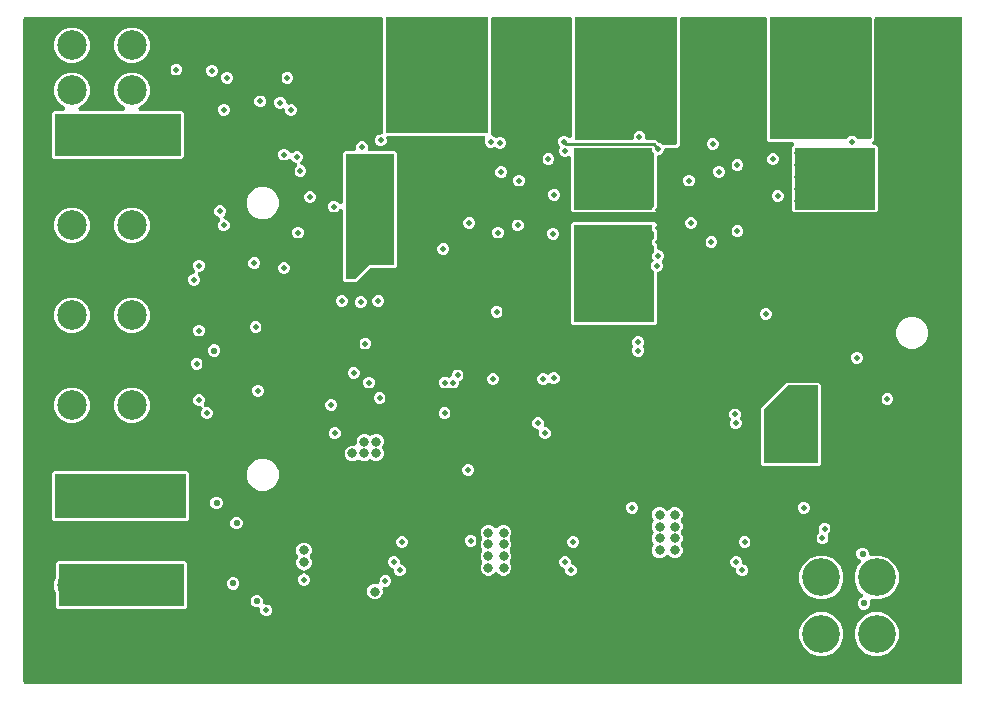
<source format=gbr>
G04 EAGLE Gerber RS-274X export*
G75*
%MOMM*%
%FSLAX34Y34*%
%LPD*%
%INPCBWay Copper Layer 2*%
%IPPOS*%
%AMOC8*
5,1,8,0,0,1.08239X$1,22.5*%
G01*
%ADD10C,6.000000*%
%ADD11C,2.500000*%
%ADD12C,3.200000*%
%ADD13C,0.550000*%
%ADD14C,0.500000*%
%ADD15C,0.800000*%
%ADD16C,0.250000*%

G36*
X775530Y-27496D02*
X775530Y-27496D01*
X775560Y-27498D01*
X775729Y-27476D01*
X775897Y-27459D01*
X775926Y-27450D01*
X775956Y-27446D01*
X776117Y-27391D01*
X776279Y-27341D01*
X776306Y-27327D01*
X776334Y-27317D01*
X776480Y-27231D01*
X776629Y-27150D01*
X776653Y-27130D01*
X776679Y-27115D01*
X776805Y-27002D01*
X776935Y-26892D01*
X776954Y-26869D01*
X776976Y-26848D01*
X777077Y-26712D01*
X777183Y-26579D01*
X777197Y-26552D01*
X777215Y-26528D01*
X777287Y-26375D01*
X777364Y-26223D01*
X777372Y-26194D01*
X777385Y-26167D01*
X777425Y-26001D01*
X777470Y-25838D01*
X777473Y-25808D01*
X777480Y-25779D01*
X777499Y-25500D01*
X777499Y535500D01*
X777496Y535530D01*
X777498Y535560D01*
X777476Y535729D01*
X777459Y535897D01*
X777450Y535926D01*
X777446Y535956D01*
X777391Y536117D01*
X777341Y536279D01*
X777327Y536306D01*
X777317Y536334D01*
X777231Y536480D01*
X777150Y536629D01*
X777130Y536653D01*
X777115Y536679D01*
X777002Y536805D01*
X776892Y536935D01*
X776869Y536954D01*
X776848Y536976D01*
X776712Y537077D01*
X776579Y537183D01*
X776552Y537197D01*
X776528Y537215D01*
X776375Y537287D01*
X776223Y537364D01*
X776194Y537372D01*
X776167Y537385D01*
X776001Y537425D01*
X775838Y537470D01*
X775808Y537473D01*
X775779Y537480D01*
X775500Y537499D01*
X705000Y537499D01*
X704970Y537496D01*
X704940Y537498D01*
X704771Y537476D01*
X704603Y537459D01*
X704574Y537450D01*
X704544Y537446D01*
X704383Y537391D01*
X704221Y537341D01*
X704194Y537327D01*
X704166Y537317D01*
X704020Y537231D01*
X703871Y537150D01*
X703847Y537130D01*
X703821Y537115D01*
X703695Y537002D01*
X703565Y536892D01*
X703546Y536869D01*
X703524Y536848D01*
X703423Y536712D01*
X703317Y536579D01*
X703303Y536552D01*
X703285Y536528D01*
X703213Y536375D01*
X703136Y536223D01*
X703128Y536194D01*
X703115Y536167D01*
X703075Y536001D01*
X703030Y535838D01*
X703027Y535808D01*
X703020Y535779D01*
X703001Y535500D01*
X703001Y433757D01*
X701657Y432414D01*
X701648Y432402D01*
X701636Y432392D01*
X701521Y432247D01*
X701405Y432104D01*
X701398Y432091D01*
X701388Y432079D01*
X701304Y431914D01*
X701218Y431751D01*
X701214Y431737D01*
X701207Y431723D01*
X701158Y431546D01*
X701106Y431368D01*
X701105Y431353D01*
X701101Y431338D01*
X701088Y431154D01*
X701072Y430970D01*
X701074Y430955D01*
X701073Y430940D01*
X701097Y430756D01*
X701118Y430573D01*
X701123Y430559D01*
X701125Y430544D01*
X701185Y430368D01*
X701242Y430193D01*
X701249Y430180D01*
X701254Y430166D01*
X701347Y430007D01*
X701439Y429846D01*
X701449Y429834D01*
X701456Y429821D01*
X701579Y429684D01*
X701701Y429544D01*
X701713Y429535D01*
X701723Y429524D01*
X701870Y429414D01*
X702017Y429301D01*
X702031Y429294D01*
X702043Y429285D01*
X702210Y429207D01*
X702376Y429125D01*
X702391Y429122D01*
X702404Y429115D01*
X702584Y429071D01*
X702763Y429025D01*
X702778Y429024D01*
X702792Y429020D01*
X703071Y429001D01*
X704243Y429001D01*
X706001Y427243D01*
X706001Y373757D01*
X704243Y371999D01*
X634757Y371999D01*
X632999Y373757D01*
X632999Y427243D01*
X634343Y428586D01*
X634352Y428598D01*
X634364Y428608D01*
X634479Y428753D01*
X634595Y428896D01*
X634602Y428909D01*
X634612Y428921D01*
X634696Y429086D01*
X634782Y429249D01*
X634786Y429263D01*
X634793Y429277D01*
X634842Y429454D01*
X634894Y429632D01*
X634895Y429647D01*
X634899Y429662D01*
X634912Y429845D01*
X634928Y430030D01*
X634926Y430045D01*
X634927Y430060D01*
X634903Y430244D01*
X634882Y430427D01*
X634877Y430441D01*
X634875Y430456D01*
X634815Y430632D01*
X634758Y430807D01*
X634751Y430820D01*
X634746Y430834D01*
X634653Y430993D01*
X634561Y431154D01*
X634551Y431166D01*
X634544Y431179D01*
X634421Y431316D01*
X634299Y431456D01*
X634287Y431465D01*
X634277Y431476D01*
X634130Y431586D01*
X633983Y431699D01*
X633969Y431706D01*
X633957Y431715D01*
X633790Y431793D01*
X633624Y431875D01*
X633609Y431878D01*
X633596Y431885D01*
X633416Y431929D01*
X633237Y431975D01*
X633222Y431976D01*
X633208Y431980D01*
X632929Y431999D01*
X613757Y431999D01*
X611999Y433757D01*
X611999Y535500D01*
X611996Y535530D01*
X611998Y535560D01*
X611976Y535729D01*
X611959Y535897D01*
X611950Y535926D01*
X611946Y535956D01*
X611891Y536117D01*
X611841Y536279D01*
X611827Y536306D01*
X611817Y536334D01*
X611731Y536480D01*
X611650Y536629D01*
X611630Y536653D01*
X611615Y536679D01*
X611502Y536805D01*
X611392Y536935D01*
X611369Y536954D01*
X611348Y536976D01*
X611212Y537077D01*
X611079Y537183D01*
X611052Y537197D01*
X611028Y537215D01*
X610875Y537287D01*
X610723Y537364D01*
X610694Y537372D01*
X610667Y537385D01*
X610501Y537425D01*
X610338Y537470D01*
X610308Y537473D01*
X610279Y537480D01*
X610000Y537499D01*
X540000Y537499D01*
X539970Y537496D01*
X539940Y537498D01*
X539771Y537476D01*
X539603Y537459D01*
X539574Y537450D01*
X539544Y537446D01*
X539383Y537391D01*
X539221Y537341D01*
X539194Y537327D01*
X539166Y537317D01*
X539020Y537231D01*
X538871Y537150D01*
X538847Y537130D01*
X538821Y537115D01*
X538695Y537002D01*
X538565Y536892D01*
X538546Y536869D01*
X538524Y536848D01*
X538423Y536712D01*
X538317Y536579D01*
X538303Y536552D01*
X538285Y536528D01*
X538213Y536375D01*
X538136Y536223D01*
X538128Y536194D01*
X538115Y536167D01*
X538075Y536001D01*
X538030Y535838D01*
X538027Y535808D01*
X538020Y535779D01*
X538001Y535500D01*
X538001Y428757D01*
X536243Y426999D01*
X527000Y426999D01*
X526970Y426996D01*
X526940Y426998D01*
X526771Y426976D01*
X526603Y426959D01*
X526574Y426950D01*
X526544Y426946D01*
X526383Y426891D01*
X526221Y426841D01*
X526194Y426827D01*
X526166Y426817D01*
X526020Y426731D01*
X525871Y426650D01*
X525847Y426630D01*
X525821Y426615D01*
X525695Y426502D01*
X525565Y426392D01*
X525546Y426369D01*
X525524Y426348D01*
X525423Y426212D01*
X525317Y426079D01*
X525303Y426052D01*
X525285Y426028D01*
X525213Y425875D01*
X525136Y425723D01*
X525128Y425694D01*
X525115Y425667D01*
X525075Y425501D01*
X525030Y425338D01*
X525027Y425308D01*
X525020Y425279D01*
X525001Y425006D01*
X524239Y423167D01*
X522833Y421761D01*
X520993Y420999D01*
X520970Y420996D01*
X520940Y420998D01*
X520771Y420976D01*
X520603Y420959D01*
X520574Y420950D01*
X520544Y420946D01*
X520383Y420891D01*
X520221Y420841D01*
X520194Y420827D01*
X520166Y420817D01*
X520020Y420731D01*
X519871Y420650D01*
X519847Y420630D01*
X519821Y420615D01*
X519695Y420502D01*
X519565Y420392D01*
X519546Y420369D01*
X519524Y420348D01*
X519423Y420212D01*
X519317Y420079D01*
X519303Y420052D01*
X519285Y420028D01*
X519213Y419875D01*
X519136Y419723D01*
X519128Y419694D01*
X519115Y419667D01*
X519075Y419501D01*
X519030Y419338D01*
X519027Y419308D01*
X519020Y419279D01*
X519001Y419000D01*
X519001Y373757D01*
X517243Y371999D01*
X447757Y371999D01*
X445999Y373757D01*
X445999Y417666D01*
X445997Y417689D01*
X445999Y417711D01*
X445977Y417887D01*
X445959Y418063D01*
X445953Y418085D01*
X445950Y418108D01*
X445894Y418275D01*
X445841Y418445D01*
X445830Y418465D01*
X445823Y418486D01*
X445735Y418640D01*
X445650Y418795D01*
X445635Y418813D01*
X445624Y418832D01*
X445506Y418965D01*
X445392Y419101D01*
X445374Y419115D01*
X445359Y419132D01*
X445218Y419239D01*
X445079Y419349D01*
X445059Y419359D01*
X445041Y419373D01*
X444881Y419449D01*
X444723Y419530D01*
X444701Y419536D01*
X444681Y419546D01*
X444509Y419589D01*
X444338Y419636D01*
X444316Y419638D01*
X444293Y419644D01*
X444116Y419652D01*
X443940Y419664D01*
X443917Y419661D01*
X443894Y419662D01*
X443719Y419635D01*
X443544Y419612D01*
X443522Y419605D01*
X443500Y419602D01*
X443235Y419513D01*
X441995Y418999D01*
X440005Y418999D01*
X438167Y419761D01*
X436761Y421167D01*
X435999Y423005D01*
X435999Y424995D01*
X436640Y426542D01*
X436651Y426578D01*
X436668Y426612D01*
X436709Y426770D01*
X436756Y426925D01*
X436759Y426962D01*
X436769Y426999D01*
X436777Y427161D01*
X436792Y427322D01*
X436788Y427360D01*
X436790Y427398D01*
X436767Y427558D01*
X436750Y427720D01*
X436738Y427756D01*
X436733Y427793D01*
X436678Y427945D01*
X436629Y428100D01*
X436610Y428133D01*
X436597Y428169D01*
X436513Y428308D01*
X436434Y428449D01*
X436410Y428478D01*
X436390Y428510D01*
X436207Y428721D01*
X435761Y429167D01*
X434999Y431005D01*
X434999Y432995D01*
X435761Y434833D01*
X437167Y436239D01*
X439005Y437001D01*
X440995Y437001D01*
X442833Y436239D01*
X443586Y435486D01*
X443598Y435476D01*
X443608Y435465D01*
X443753Y435350D01*
X443896Y435233D01*
X443909Y435226D01*
X443921Y435216D01*
X444086Y435133D01*
X444249Y435047D01*
X444263Y435042D01*
X444277Y435036D01*
X444454Y434986D01*
X444632Y434934D01*
X444647Y434933D01*
X444662Y434929D01*
X444845Y434916D01*
X445030Y434900D01*
X445045Y434902D01*
X445060Y434901D01*
X445244Y434925D01*
X445427Y434946D01*
X445441Y434951D01*
X445456Y434953D01*
X445632Y435013D01*
X445807Y435070D01*
X445820Y435078D01*
X445834Y435083D01*
X445994Y435176D01*
X446154Y435267D01*
X446166Y435277D01*
X446179Y435285D01*
X446317Y435408D01*
X446456Y435529D01*
X446465Y435541D01*
X446476Y435551D01*
X446587Y435700D01*
X446699Y435846D01*
X446706Y435859D01*
X446715Y435872D01*
X446793Y436039D01*
X446875Y436205D01*
X446878Y436219D01*
X446885Y436233D01*
X446929Y436413D01*
X446975Y436591D01*
X446976Y436606D01*
X446980Y436621D01*
X446999Y436899D01*
X446999Y535500D01*
X446996Y535530D01*
X446998Y535560D01*
X446976Y535729D01*
X446959Y535897D01*
X446950Y535926D01*
X446946Y535956D01*
X446891Y536117D01*
X446841Y536279D01*
X446827Y536306D01*
X446817Y536334D01*
X446731Y536480D01*
X446650Y536629D01*
X446630Y536653D01*
X446615Y536679D01*
X446502Y536805D01*
X446392Y536935D01*
X446369Y536954D01*
X446348Y536976D01*
X446212Y537077D01*
X446079Y537183D01*
X446052Y537197D01*
X446028Y537215D01*
X445875Y537287D01*
X445723Y537364D01*
X445694Y537372D01*
X445667Y537385D01*
X445501Y537425D01*
X445338Y537470D01*
X445308Y537473D01*
X445279Y537480D01*
X445000Y537499D01*
X380000Y537499D01*
X379970Y537496D01*
X379940Y537498D01*
X379771Y537476D01*
X379603Y537459D01*
X379574Y537450D01*
X379544Y537446D01*
X379383Y537391D01*
X379221Y537341D01*
X379194Y537327D01*
X379166Y537317D01*
X379020Y537231D01*
X378871Y537150D01*
X378847Y537130D01*
X378821Y537115D01*
X378695Y537002D01*
X378565Y536892D01*
X378546Y536869D01*
X378524Y536848D01*
X378423Y536712D01*
X378317Y536579D01*
X378303Y536552D01*
X378285Y536528D01*
X378213Y536375D01*
X378136Y536223D01*
X378128Y536194D01*
X378115Y536167D01*
X378075Y536001D01*
X378030Y535838D01*
X378027Y535808D01*
X378020Y535779D01*
X378001Y535500D01*
X378001Y438748D01*
X378005Y438711D01*
X378002Y438673D01*
X378024Y438512D01*
X378041Y438351D01*
X378052Y438315D01*
X378057Y438277D01*
X378111Y438124D01*
X378159Y437969D01*
X378177Y437936D01*
X378189Y437900D01*
X378272Y437761D01*
X378350Y437619D01*
X378375Y437590D01*
X378394Y437557D01*
X378503Y437438D01*
X378608Y437313D01*
X378637Y437290D01*
X378663Y437262D01*
X378793Y437166D01*
X378921Y437065D01*
X378955Y437048D01*
X378985Y437026D01*
X379235Y436901D01*
X380833Y436239D01*
X381279Y435793D01*
X381308Y435769D01*
X381333Y435741D01*
X381463Y435643D01*
X381588Y435540D01*
X381622Y435523D01*
X381652Y435500D01*
X381798Y435430D01*
X381942Y435354D01*
X381978Y435343D01*
X382012Y435327D01*
X382169Y435287D01*
X382325Y435242D01*
X382363Y435238D01*
X382399Y435229D01*
X382561Y435222D01*
X382723Y435208D01*
X382760Y435212D01*
X382798Y435210D01*
X382958Y435235D01*
X383120Y435254D01*
X383156Y435265D01*
X383193Y435271D01*
X383458Y435360D01*
X385005Y436001D01*
X386995Y436001D01*
X388833Y435239D01*
X390239Y433833D01*
X391001Y431995D01*
X391001Y430005D01*
X390239Y428167D01*
X388833Y426761D01*
X386995Y425999D01*
X385005Y425999D01*
X383167Y426761D01*
X382721Y427207D01*
X382692Y427231D01*
X382667Y427259D01*
X382537Y427357D01*
X382412Y427460D01*
X382378Y427477D01*
X382348Y427500D01*
X382202Y427570D01*
X382058Y427646D01*
X382022Y427657D01*
X381988Y427673D01*
X381831Y427713D01*
X381675Y427758D01*
X381637Y427762D01*
X381601Y427771D01*
X381439Y427778D01*
X381277Y427792D01*
X381240Y427788D01*
X381202Y427790D01*
X381042Y427765D01*
X380880Y427746D01*
X380844Y427735D01*
X380807Y427729D01*
X380542Y427640D01*
X378995Y426999D01*
X377005Y426999D01*
X375167Y427761D01*
X373761Y429167D01*
X372999Y431005D01*
X372999Y432995D01*
X373513Y434235D01*
X373520Y434257D01*
X373530Y434277D01*
X373577Y434448D01*
X373628Y434617D01*
X373630Y434640D01*
X373636Y434662D01*
X373649Y434838D01*
X373665Y435015D01*
X373663Y435038D01*
X373664Y435060D01*
X373641Y435236D01*
X373622Y435412D01*
X373615Y435434D01*
X373612Y435456D01*
X373555Y435624D01*
X373501Y435793D01*
X373490Y435813D01*
X373483Y435834D01*
X373393Y435987D01*
X373307Y436142D01*
X373292Y436159D01*
X373281Y436179D01*
X373163Y436310D01*
X373047Y436445D01*
X373029Y436459D01*
X373014Y436476D01*
X372873Y436582D01*
X372732Y436691D01*
X372712Y436701D01*
X372694Y436715D01*
X372534Y436790D01*
X372375Y436869D01*
X372353Y436875D01*
X372332Y436885D01*
X372161Y436927D01*
X371989Y436973D01*
X371967Y436974D01*
X371944Y436980D01*
X371666Y436999D01*
X291748Y436999D01*
X291726Y436997D01*
X291703Y436999D01*
X291527Y436977D01*
X291351Y436959D01*
X291329Y436953D01*
X291307Y436950D01*
X291139Y436894D01*
X290969Y436841D01*
X290949Y436830D01*
X290928Y436823D01*
X290775Y436735D01*
X290619Y436650D01*
X290601Y436635D01*
X290582Y436624D01*
X290449Y436506D01*
X290313Y436392D01*
X290299Y436374D01*
X290282Y436359D01*
X290175Y436218D01*
X290065Y436079D01*
X290055Y436059D01*
X290041Y436041D01*
X289965Y435881D01*
X289884Y435723D01*
X289878Y435701D01*
X289868Y435681D01*
X289825Y435509D01*
X289778Y435338D01*
X289776Y435315D01*
X289771Y435293D01*
X289762Y435116D01*
X289750Y434940D01*
X289753Y434917D01*
X289752Y434894D01*
X289779Y434719D01*
X289802Y434544D01*
X289809Y434522D01*
X289813Y434500D01*
X289901Y434235D01*
X290001Y433995D01*
X290001Y432005D01*
X289239Y430167D01*
X287833Y428761D01*
X285995Y427999D01*
X284005Y427999D01*
X282167Y428761D01*
X280761Y430167D01*
X279999Y432005D01*
X279999Y433995D01*
X280761Y435833D01*
X282167Y437239D01*
X284005Y438001D01*
X285000Y438001D01*
X285030Y438004D01*
X285060Y438002D01*
X285229Y438024D01*
X285397Y438041D01*
X285426Y438050D01*
X285456Y438054D01*
X285617Y438109D01*
X285779Y438159D01*
X285806Y438173D01*
X285834Y438183D01*
X285980Y438269D01*
X286129Y438350D01*
X286153Y438370D01*
X286179Y438385D01*
X286305Y438498D01*
X286435Y438608D01*
X286454Y438631D01*
X286476Y438652D01*
X286577Y438788D01*
X286683Y438921D01*
X286697Y438948D01*
X286715Y438972D01*
X286787Y439125D01*
X286864Y439277D01*
X286872Y439306D01*
X286885Y439333D01*
X286925Y439499D01*
X286970Y439662D01*
X286973Y439692D01*
X286980Y439721D01*
X286999Y440000D01*
X286999Y535500D01*
X286996Y535530D01*
X286998Y535560D01*
X286976Y535729D01*
X286959Y535897D01*
X286950Y535926D01*
X286946Y535956D01*
X286891Y536117D01*
X286841Y536279D01*
X286827Y536306D01*
X286817Y536334D01*
X286731Y536480D01*
X286650Y536629D01*
X286630Y536653D01*
X286615Y536679D01*
X286502Y536805D01*
X286392Y536935D01*
X286369Y536954D01*
X286348Y536976D01*
X286212Y537077D01*
X286079Y537183D01*
X286052Y537197D01*
X286028Y537215D01*
X285875Y537287D01*
X285723Y537364D01*
X285694Y537372D01*
X285667Y537385D01*
X285501Y537425D01*
X285338Y537470D01*
X285308Y537473D01*
X285279Y537480D01*
X285000Y537499D01*
X-15500Y537499D01*
X-15530Y537496D01*
X-15560Y537498D01*
X-15729Y537476D01*
X-15897Y537459D01*
X-15926Y537450D01*
X-15956Y537446D01*
X-16117Y537391D01*
X-16279Y537341D01*
X-16306Y537327D01*
X-16334Y537317D01*
X-16480Y537231D01*
X-16629Y537150D01*
X-16653Y537130D01*
X-16679Y537115D01*
X-16805Y537002D01*
X-16935Y536892D01*
X-16954Y536869D01*
X-16976Y536848D01*
X-17077Y536712D01*
X-17183Y536579D01*
X-17197Y536552D01*
X-17215Y536528D01*
X-17287Y536375D01*
X-17364Y536223D01*
X-17372Y536194D01*
X-17385Y536167D01*
X-17425Y536001D01*
X-17470Y535838D01*
X-17473Y535808D01*
X-17480Y535779D01*
X-17499Y535500D01*
X-17499Y-25500D01*
X-17496Y-25530D01*
X-17498Y-25560D01*
X-17476Y-25729D01*
X-17459Y-25897D01*
X-17450Y-25926D01*
X-17446Y-25956D01*
X-17391Y-26117D01*
X-17341Y-26279D01*
X-17327Y-26306D01*
X-17317Y-26334D01*
X-17231Y-26480D01*
X-17150Y-26629D01*
X-17130Y-26653D01*
X-17115Y-26679D01*
X-17002Y-26805D01*
X-16892Y-26935D01*
X-16869Y-26954D01*
X-16848Y-26976D01*
X-16712Y-27077D01*
X-16579Y-27183D01*
X-16552Y-27197D01*
X-16528Y-27215D01*
X-16375Y-27287D01*
X-16223Y-27364D01*
X-16194Y-27372D01*
X-16167Y-27385D01*
X-16001Y-27425D01*
X-15838Y-27470D01*
X-15808Y-27473D01*
X-15779Y-27480D01*
X-15500Y-27499D01*
X775500Y-27499D01*
X775530Y-27496D01*
G37*
G36*
X535008Y429502D02*
X535008Y429502D01*
X535017Y429501D01*
X535105Y429522D01*
X535195Y429540D01*
X535202Y429545D01*
X535210Y429547D01*
X535283Y429601D01*
X535359Y429653D01*
X535363Y429660D01*
X535370Y429665D01*
X535417Y429743D01*
X535466Y429820D01*
X535467Y429829D01*
X535472Y429836D01*
X535499Y430000D01*
X535499Y537000D01*
X535498Y537008D01*
X535499Y537017D01*
X535478Y537105D01*
X535460Y537195D01*
X535455Y537202D01*
X535453Y537210D01*
X535399Y537283D01*
X535347Y537359D01*
X535340Y537363D01*
X535335Y537370D01*
X535257Y537417D01*
X535180Y537466D01*
X535171Y537467D01*
X535164Y537472D01*
X535000Y537499D01*
X450000Y537499D01*
X449992Y537498D01*
X449983Y537499D01*
X449895Y537478D01*
X449805Y537460D01*
X449798Y537455D01*
X449790Y537453D01*
X449717Y537399D01*
X449641Y537347D01*
X449637Y537340D01*
X449630Y537335D01*
X449583Y537257D01*
X449534Y537180D01*
X449533Y537171D01*
X449528Y537164D01*
X449501Y537000D01*
X449501Y434250D01*
X449502Y434242D01*
X449501Y434233D01*
X449522Y434145D01*
X449540Y434055D01*
X449545Y434048D01*
X449547Y434040D01*
X449601Y433967D01*
X449653Y433891D01*
X449660Y433887D01*
X449665Y433880D01*
X449743Y433833D01*
X449820Y433784D01*
X449829Y433783D01*
X449836Y433778D01*
X450000Y433751D01*
X498500Y433751D01*
X498508Y433752D01*
X498517Y433751D01*
X498605Y433772D01*
X498695Y433790D01*
X498702Y433795D01*
X498710Y433797D01*
X498783Y433851D01*
X498859Y433903D01*
X498863Y433910D01*
X498870Y433915D01*
X498917Y433993D01*
X498966Y434070D01*
X498967Y434079D01*
X498972Y434086D01*
X498999Y434250D01*
X498999Y438071D01*
X501929Y441001D01*
X506071Y441001D01*
X509001Y438071D01*
X509001Y434250D01*
X509002Y434242D01*
X509001Y434233D01*
X509022Y434145D01*
X509040Y434055D01*
X509045Y434048D01*
X509047Y434040D01*
X509101Y433967D01*
X509153Y433891D01*
X509160Y433887D01*
X509165Y433880D01*
X509243Y433833D01*
X509320Y433784D01*
X509329Y433783D01*
X509336Y433778D01*
X509500Y433751D01*
X517554Y433751D01*
X520157Y431147D01*
X520168Y431140D01*
X520175Y431130D01*
X520250Y431085D01*
X520323Y431037D01*
X520336Y431035D01*
X520346Y431028D01*
X520510Y431001D01*
X522071Y431001D01*
X523425Y429647D01*
X523436Y429640D01*
X523443Y429630D01*
X523518Y429586D01*
X523591Y429537D01*
X523603Y429535D01*
X523614Y429528D01*
X523778Y429501D01*
X535000Y429501D01*
X535008Y429502D01*
G37*
G36*
X679234Y434503D02*
X679234Y434503D01*
X679247Y434501D01*
X679331Y434523D01*
X679417Y434540D01*
X679427Y434548D01*
X679439Y434551D01*
X679575Y434647D01*
X681929Y437001D01*
X686071Y437001D01*
X688425Y434647D01*
X688436Y434640D01*
X688443Y434630D01*
X688518Y434586D01*
X688591Y434537D01*
X688603Y434535D01*
X688614Y434528D01*
X688778Y434501D01*
X700000Y434501D01*
X700008Y434502D01*
X700017Y434501D01*
X700105Y434522D01*
X700195Y434540D01*
X700202Y434545D01*
X700210Y434547D01*
X700283Y434601D01*
X700359Y434653D01*
X700363Y434660D01*
X700370Y434665D01*
X700417Y434743D01*
X700466Y434820D01*
X700467Y434829D01*
X700472Y434836D01*
X700499Y435000D01*
X700499Y537000D01*
X700498Y537008D01*
X700499Y537017D01*
X700478Y537105D01*
X700460Y537195D01*
X700455Y537202D01*
X700453Y537210D01*
X700399Y537283D01*
X700347Y537359D01*
X700340Y537363D01*
X700335Y537370D01*
X700257Y537417D01*
X700180Y537466D01*
X700171Y537467D01*
X700164Y537472D01*
X700000Y537499D01*
X615000Y537499D01*
X614992Y537498D01*
X614983Y537499D01*
X614895Y537478D01*
X614805Y537460D01*
X614798Y537455D01*
X614790Y537453D01*
X614717Y537399D01*
X614641Y537347D01*
X614637Y537340D01*
X614630Y537335D01*
X614583Y537257D01*
X614534Y537180D01*
X614533Y537171D01*
X614528Y537164D01*
X614501Y537000D01*
X614501Y435000D01*
X614502Y434992D01*
X614501Y434983D01*
X614522Y434895D01*
X614540Y434805D01*
X614545Y434798D01*
X614547Y434790D01*
X614601Y434717D01*
X614653Y434641D01*
X614660Y434637D01*
X614665Y434630D01*
X614743Y434583D01*
X614820Y434534D01*
X614829Y434533D01*
X614836Y434528D01*
X615000Y434501D01*
X679222Y434501D01*
X679234Y434503D01*
G37*
G36*
X375008Y439502D02*
X375008Y439502D01*
X375017Y439501D01*
X375105Y439522D01*
X375195Y439540D01*
X375202Y439545D01*
X375210Y439547D01*
X375283Y439601D01*
X375359Y439653D01*
X375363Y439660D01*
X375370Y439665D01*
X375417Y439743D01*
X375466Y439820D01*
X375467Y439829D01*
X375472Y439836D01*
X375499Y440000D01*
X375499Y537000D01*
X375498Y537008D01*
X375499Y537017D01*
X375478Y537105D01*
X375460Y537195D01*
X375455Y537202D01*
X375453Y537210D01*
X375399Y537283D01*
X375347Y537359D01*
X375340Y537363D01*
X375335Y537370D01*
X375257Y537417D01*
X375180Y537466D01*
X375171Y537467D01*
X375164Y537472D01*
X375000Y537499D01*
X290000Y537499D01*
X289992Y537498D01*
X289983Y537499D01*
X289895Y537478D01*
X289805Y537460D01*
X289798Y537455D01*
X289790Y537453D01*
X289717Y537399D01*
X289641Y537347D01*
X289637Y537340D01*
X289630Y537335D01*
X289583Y537257D01*
X289534Y537180D01*
X289533Y537171D01*
X289528Y537164D01*
X289501Y537000D01*
X289501Y440000D01*
X289502Y439992D01*
X289501Y439983D01*
X289522Y439895D01*
X289540Y439805D01*
X289545Y439798D01*
X289547Y439790D01*
X289601Y439717D01*
X289653Y439641D01*
X289660Y439637D01*
X289665Y439630D01*
X289743Y439583D01*
X289820Y439534D01*
X289829Y439533D01*
X289836Y439528D01*
X290000Y439501D01*
X375000Y439501D01*
X375008Y439502D01*
G37*
%LPC*%
G36*
X447757Y276999D02*
X447757Y276999D01*
X445999Y278757D01*
X445999Y362243D01*
X447757Y364001D01*
X517243Y364001D01*
X519001Y362243D01*
X519001Y342000D01*
X519004Y341970D01*
X519002Y341940D01*
X519024Y341771D01*
X519041Y341603D01*
X519050Y341574D01*
X519054Y341544D01*
X519109Y341383D01*
X519159Y341221D01*
X519173Y341194D01*
X519183Y341166D01*
X519269Y341020D01*
X519350Y340871D01*
X519370Y340847D01*
X519385Y340821D01*
X519498Y340695D01*
X519608Y340565D01*
X519631Y340546D01*
X519652Y340524D01*
X519788Y340423D01*
X519921Y340317D01*
X519948Y340303D01*
X519972Y340285D01*
X520125Y340213D01*
X520277Y340136D01*
X520306Y340128D01*
X520333Y340115D01*
X520499Y340075D01*
X520662Y340030D01*
X520692Y340027D01*
X520721Y340020D01*
X520994Y340001D01*
X522833Y339239D01*
X524239Y337833D01*
X525001Y335995D01*
X525001Y334005D01*
X524239Y332167D01*
X523793Y331721D01*
X523769Y331692D01*
X523741Y331667D01*
X523643Y331537D01*
X523540Y331412D01*
X523523Y331378D01*
X523500Y331348D01*
X523430Y331202D01*
X523354Y331058D01*
X523343Y331022D01*
X523327Y330988D01*
X523287Y330831D01*
X523242Y330675D01*
X523238Y330637D01*
X523229Y330601D01*
X523222Y330439D01*
X523208Y330277D01*
X523212Y330240D01*
X523210Y330202D01*
X523235Y330042D01*
X523254Y329880D01*
X523265Y329844D01*
X523271Y329807D01*
X523360Y329542D01*
X524001Y327995D01*
X524001Y326005D01*
X523239Y324167D01*
X521833Y322761D01*
X520235Y322099D01*
X520202Y322081D01*
X520166Y322069D01*
X520026Y321986D01*
X519883Y321910D01*
X519854Y321886D01*
X519821Y321867D01*
X519701Y321758D01*
X519576Y321655D01*
X519552Y321625D01*
X519524Y321600D01*
X519427Y321470D01*
X519325Y321344D01*
X519308Y321310D01*
X519285Y321280D01*
X519216Y321133D01*
X519142Y320989D01*
X519131Y320952D01*
X519115Y320918D01*
X519077Y320761D01*
X519032Y320605D01*
X519029Y320567D01*
X519020Y320530D01*
X519001Y320252D01*
X519001Y278757D01*
X517243Y276999D01*
X447757Y276999D01*
G37*
%LPD*%
%LPC*%
G36*
X8757Y416999D02*
X8757Y416999D01*
X6999Y418757D01*
X6999Y456243D01*
X8757Y458001D01*
X16014Y458001D01*
X16022Y458001D01*
X16030Y458001D01*
X16220Y458021D01*
X16412Y458041D01*
X16419Y458043D01*
X16427Y458044D01*
X16609Y458102D01*
X16793Y458159D01*
X16800Y458162D01*
X16807Y458165D01*
X16974Y458257D01*
X17144Y458350D01*
X17150Y458355D01*
X17156Y458359D01*
X17301Y458483D01*
X17449Y458608D01*
X17454Y458614D01*
X17460Y458619D01*
X17577Y458769D01*
X17697Y458921D01*
X17701Y458928D01*
X17706Y458934D01*
X17791Y459105D01*
X17878Y459277D01*
X17880Y459284D01*
X17884Y459291D01*
X17934Y459476D01*
X17985Y459662D01*
X17985Y459669D01*
X17987Y459677D01*
X17999Y459867D01*
X18013Y460060D01*
X18012Y460068D01*
X18012Y460075D01*
X17986Y460265D01*
X17961Y460456D01*
X17958Y460463D01*
X17957Y460471D01*
X17894Y460653D01*
X17831Y460834D01*
X17828Y460841D01*
X17825Y460848D01*
X17726Y461013D01*
X17629Y461179D01*
X17624Y461184D01*
X17620Y461191D01*
X17491Y461333D01*
X17363Y461476D01*
X17357Y461481D01*
X17352Y461486D01*
X17195Y461601D01*
X17042Y461715D01*
X17036Y461718D01*
X17029Y461722D01*
X16780Y461847D01*
X15003Y462583D01*
X10783Y466803D01*
X8499Y472316D01*
X8499Y478284D01*
X10783Y483797D01*
X15003Y488017D01*
X20516Y490301D01*
X26484Y490301D01*
X31997Y488017D01*
X36217Y483797D01*
X38501Y478284D01*
X38501Y472316D01*
X36217Y466803D01*
X31997Y462583D01*
X30220Y461847D01*
X30214Y461844D01*
X30207Y461841D01*
X30036Y461748D01*
X29869Y461658D01*
X29863Y461653D01*
X29856Y461650D01*
X29709Y461525D01*
X29561Y461403D01*
X29556Y461397D01*
X29551Y461392D01*
X29431Y461241D01*
X29311Y461092D01*
X29307Y461085D01*
X29303Y461079D01*
X29215Y460906D01*
X29127Y460737D01*
X29125Y460730D01*
X29122Y460723D01*
X29070Y460535D01*
X29018Y460353D01*
X29017Y460345D01*
X29015Y460338D01*
X29002Y460148D01*
X28987Y459955D01*
X28988Y459947D01*
X28987Y459940D01*
X29012Y459751D01*
X29036Y459558D01*
X29038Y459551D01*
X29039Y459544D01*
X29101Y459363D01*
X29162Y459180D01*
X29166Y459173D01*
X29169Y459166D01*
X29266Y459000D01*
X29362Y458834D01*
X29367Y458828D01*
X29371Y458821D01*
X29500Y458677D01*
X29626Y458534D01*
X29632Y458529D01*
X29637Y458524D01*
X29791Y458409D01*
X29945Y458293D01*
X29952Y458290D01*
X29958Y458285D01*
X30131Y458203D01*
X30305Y458120D01*
X30312Y458118D01*
X30319Y458115D01*
X30505Y458070D01*
X30692Y458022D01*
X30700Y458022D01*
X30707Y458020D01*
X30986Y458001D01*
X66814Y458001D01*
X66822Y458001D01*
X66830Y458001D01*
X67020Y458021D01*
X67212Y458041D01*
X67219Y458043D01*
X67227Y458044D01*
X67409Y458102D01*
X67593Y458159D01*
X67600Y458162D01*
X67607Y458165D01*
X67774Y458257D01*
X67944Y458350D01*
X67950Y458355D01*
X67956Y458359D01*
X68101Y458483D01*
X68249Y458608D01*
X68254Y458614D01*
X68260Y458619D01*
X68377Y458769D01*
X68497Y458921D01*
X68501Y458928D01*
X68506Y458934D01*
X68591Y459105D01*
X68678Y459277D01*
X68680Y459284D01*
X68684Y459291D01*
X68734Y459476D01*
X68785Y459662D01*
X68785Y459669D01*
X68787Y459677D01*
X68799Y459867D01*
X68813Y460060D01*
X68812Y460068D01*
X68812Y460075D01*
X68786Y460265D01*
X68761Y460456D01*
X68758Y460463D01*
X68757Y460471D01*
X68694Y460653D01*
X68631Y460834D01*
X68628Y460841D01*
X68625Y460848D01*
X68526Y461013D01*
X68429Y461179D01*
X68424Y461184D01*
X68420Y461191D01*
X68291Y461333D01*
X68163Y461476D01*
X68157Y461481D01*
X68152Y461486D01*
X67995Y461601D01*
X67842Y461715D01*
X67836Y461718D01*
X67829Y461722D01*
X67580Y461847D01*
X65803Y462583D01*
X61583Y466803D01*
X59299Y472316D01*
X59299Y478284D01*
X61583Y483797D01*
X65803Y488017D01*
X71316Y490301D01*
X77284Y490301D01*
X82797Y488017D01*
X87017Y483797D01*
X89301Y478284D01*
X89301Y472316D01*
X87017Y466803D01*
X82797Y462583D01*
X81020Y461847D01*
X81014Y461844D01*
X81007Y461841D01*
X80836Y461748D01*
X80669Y461658D01*
X80663Y461653D01*
X80656Y461650D01*
X80509Y461525D01*
X80361Y461403D01*
X80356Y461397D01*
X80351Y461392D01*
X80231Y461241D01*
X80111Y461092D01*
X80107Y461085D01*
X80103Y461079D01*
X80015Y460906D01*
X79927Y460737D01*
X79925Y460730D01*
X79922Y460723D01*
X79870Y460535D01*
X79818Y460353D01*
X79817Y460345D01*
X79815Y460338D01*
X79802Y460148D01*
X79787Y459955D01*
X79788Y459947D01*
X79787Y459940D01*
X79812Y459751D01*
X79836Y459558D01*
X79838Y459551D01*
X79839Y459544D01*
X79901Y459363D01*
X79962Y459180D01*
X79966Y459173D01*
X79969Y459166D01*
X80066Y459000D01*
X80162Y458834D01*
X80167Y458828D01*
X80171Y458821D01*
X80300Y458677D01*
X80426Y458534D01*
X80432Y458529D01*
X80437Y458524D01*
X80591Y458409D01*
X80745Y458293D01*
X80752Y458290D01*
X80758Y458285D01*
X80931Y458203D01*
X81105Y458120D01*
X81112Y458118D01*
X81119Y458115D01*
X81305Y458070D01*
X81492Y458022D01*
X81500Y458022D01*
X81507Y458020D01*
X81786Y458001D01*
X116243Y458001D01*
X118001Y456243D01*
X118001Y418757D01*
X116243Y416999D01*
X8757Y416999D01*
G37*
%LPD*%
G36*
X516008Y279502D02*
X516008Y279502D01*
X516017Y279501D01*
X516105Y279522D01*
X516195Y279540D01*
X516202Y279545D01*
X516210Y279547D01*
X516283Y279601D01*
X516359Y279653D01*
X516363Y279660D01*
X516370Y279665D01*
X516417Y279743D01*
X516466Y279820D01*
X516467Y279829D01*
X516472Y279836D01*
X516499Y280000D01*
X516499Y322222D01*
X516497Y322234D01*
X516499Y322247D01*
X516477Y322331D01*
X516460Y322417D01*
X516453Y322427D01*
X516449Y322439D01*
X516353Y322575D01*
X513999Y324929D01*
X513999Y329071D01*
X516075Y331147D01*
X516080Y331154D01*
X516086Y331159D01*
X516134Y331236D01*
X516185Y331313D01*
X516186Y331321D01*
X516191Y331328D01*
X516204Y331418D01*
X516221Y331508D01*
X516219Y331516D01*
X516220Y331525D01*
X516198Y331613D01*
X516178Y331702D01*
X516173Y331709D01*
X516171Y331717D01*
X516075Y331853D01*
X514999Y332929D01*
X514999Y337071D01*
X516353Y338425D01*
X516360Y338436D01*
X516370Y338443D01*
X516414Y338518D01*
X516463Y338591D01*
X516465Y338603D01*
X516472Y338614D01*
X516499Y338778D01*
X516499Y343222D01*
X516497Y343234D01*
X516499Y343247D01*
X516477Y343331D01*
X516460Y343417D01*
X516453Y343427D01*
X516449Y343439D01*
X516353Y343575D01*
X514999Y344929D01*
X514999Y349071D01*
X516353Y350425D01*
X516360Y350436D01*
X516370Y350443D01*
X516414Y350518D01*
X516463Y350591D01*
X516465Y350603D01*
X516472Y350614D01*
X516499Y350778D01*
X516499Y355222D01*
X516497Y355234D01*
X516499Y355247D01*
X516477Y355331D01*
X516460Y355417D01*
X516453Y355427D01*
X516449Y355439D01*
X516353Y355575D01*
X514999Y356929D01*
X514999Y361000D01*
X514998Y361008D01*
X514999Y361017D01*
X514978Y361105D01*
X514960Y361195D01*
X514955Y361202D01*
X514953Y361210D01*
X514899Y361283D01*
X514847Y361359D01*
X514840Y361363D01*
X514835Y361370D01*
X514757Y361417D01*
X514680Y361466D01*
X514671Y361467D01*
X514664Y361472D01*
X514500Y361499D01*
X449000Y361499D01*
X448992Y361498D01*
X448983Y361499D01*
X448895Y361478D01*
X448805Y361460D01*
X448798Y361455D01*
X448790Y361453D01*
X448717Y361399D01*
X448641Y361347D01*
X448637Y361340D01*
X448630Y361335D01*
X448583Y361257D01*
X448534Y361180D01*
X448533Y361171D01*
X448528Y361164D01*
X448501Y361000D01*
X448501Y280000D01*
X448502Y279992D01*
X448501Y279983D01*
X448522Y279895D01*
X448540Y279805D01*
X448545Y279798D01*
X448547Y279790D01*
X448601Y279717D01*
X448653Y279641D01*
X448660Y279637D01*
X448665Y279630D01*
X448743Y279583D01*
X448820Y279534D01*
X448829Y279533D01*
X448836Y279528D01*
X449000Y279501D01*
X516000Y279501D01*
X516008Y279502D01*
G37*
%LPC*%
G36*
X254757Y312999D02*
X254757Y312999D01*
X252999Y314757D01*
X252999Y373194D01*
X252998Y373201D01*
X252999Y373209D01*
X252978Y373401D01*
X252959Y373591D01*
X252957Y373598D01*
X252956Y373606D01*
X252898Y373790D01*
X252841Y373973D01*
X252838Y373979D01*
X252835Y373987D01*
X252742Y374154D01*
X252650Y374323D01*
X252645Y374329D01*
X252641Y374336D01*
X252515Y374483D01*
X252392Y374628D01*
X252386Y374633D01*
X252381Y374639D01*
X252230Y374757D01*
X252079Y374877D01*
X252072Y374880D01*
X252066Y374885D01*
X251896Y374970D01*
X251723Y375057D01*
X251716Y375060D01*
X251709Y375063D01*
X251522Y375113D01*
X251338Y375164D01*
X251331Y375165D01*
X251323Y375167D01*
X251130Y375179D01*
X250940Y375192D01*
X250932Y375191D01*
X250924Y375191D01*
X250735Y375165D01*
X250544Y375140D01*
X250536Y375138D01*
X250529Y375136D01*
X250348Y375073D01*
X250166Y375010D01*
X250159Y375007D01*
X250152Y375004D01*
X249988Y374906D01*
X249821Y374808D01*
X249816Y374803D01*
X249809Y374799D01*
X249667Y374670D01*
X249524Y374542D01*
X249519Y374536D01*
X249514Y374530D01*
X249400Y374375D01*
X249285Y374221D01*
X249282Y374215D01*
X249277Y374208D01*
X249275Y374202D01*
X247833Y372761D01*
X245995Y371999D01*
X244005Y371999D01*
X242167Y372761D01*
X240761Y374167D01*
X239999Y376005D01*
X239999Y377995D01*
X240761Y379833D01*
X242167Y381239D01*
X244005Y382001D01*
X245995Y382001D01*
X247833Y381239D01*
X249295Y379777D01*
X249342Y379690D01*
X249347Y379684D01*
X249350Y379677D01*
X249477Y379527D01*
X249597Y379382D01*
X249603Y379377D01*
X249608Y379372D01*
X249759Y379252D01*
X249908Y379132D01*
X249915Y379128D01*
X249921Y379123D01*
X250092Y379036D01*
X250263Y378948D01*
X250270Y378946D01*
X250277Y378943D01*
X250462Y378891D01*
X250647Y378839D01*
X250654Y378838D01*
X250662Y378836D01*
X250853Y378823D01*
X251045Y378808D01*
X251053Y378809D01*
X251060Y378808D01*
X251251Y378833D01*
X251441Y378857D01*
X251449Y378859D01*
X251456Y378860D01*
X251638Y378922D01*
X251820Y378983D01*
X251827Y378987D01*
X251834Y378990D01*
X252000Y379087D01*
X252166Y379183D01*
X252172Y379188D01*
X252179Y379192D01*
X252322Y379320D01*
X252466Y379447D01*
X252470Y379453D01*
X252476Y379458D01*
X252589Y379610D01*
X252707Y379765D01*
X252710Y379772D01*
X252715Y379779D01*
X252797Y379953D01*
X252880Y380125D01*
X252882Y380133D01*
X252885Y380140D01*
X252931Y380327D01*
X252978Y380513D01*
X252978Y380520D01*
X252980Y380528D01*
X252999Y380806D01*
X252999Y422243D01*
X254757Y424001D01*
X262045Y424001D01*
X262067Y424003D01*
X262090Y424001D01*
X262266Y424023D01*
X262442Y424041D01*
X262464Y424047D01*
X262486Y424050D01*
X262655Y424106D01*
X262824Y424159D01*
X262844Y424170D01*
X262865Y424177D01*
X263018Y424265D01*
X263174Y424350D01*
X263192Y424365D01*
X263211Y424376D01*
X263344Y424494D01*
X263479Y424608D01*
X263494Y424626D01*
X263511Y424641D01*
X263617Y424781D01*
X263728Y424921D01*
X263738Y424941D01*
X263752Y424959D01*
X263828Y425119D01*
X263909Y425277D01*
X263915Y425299D01*
X263924Y425319D01*
X263968Y425492D01*
X264015Y425662D01*
X264017Y425685D01*
X264022Y425707D01*
X264031Y425883D01*
X264043Y426060D01*
X264040Y426083D01*
X264041Y426106D01*
X264014Y426280D01*
X263999Y426394D01*
X263999Y428495D01*
X264761Y430333D01*
X266167Y431739D01*
X268005Y432501D01*
X269995Y432501D01*
X271833Y431739D01*
X273239Y430333D01*
X274001Y428495D01*
X274001Y426408D01*
X273993Y426383D01*
X273991Y426360D01*
X273985Y426338D01*
X273973Y426162D01*
X273956Y425985D01*
X273959Y425962D01*
X273957Y425940D01*
X273980Y425764D01*
X273999Y425588D01*
X274006Y425566D01*
X274009Y425544D01*
X274066Y425376D01*
X274120Y425207D01*
X274131Y425187D01*
X274138Y425166D01*
X274228Y425013D01*
X274314Y424858D01*
X274329Y424841D01*
X274341Y424821D01*
X274459Y424689D01*
X274574Y424555D01*
X274592Y424541D01*
X274607Y424524D01*
X274749Y424418D01*
X274889Y424309D01*
X274909Y424299D01*
X274927Y424285D01*
X275088Y424210D01*
X275246Y424131D01*
X275268Y424125D01*
X275289Y424115D01*
X275461Y424073D01*
X275632Y424027D01*
X275655Y424026D01*
X275677Y424020D01*
X275955Y424001D01*
X297243Y424001D01*
X299001Y422243D01*
X299001Y326757D01*
X297243Y324999D01*
X277071Y324999D01*
X277026Y324995D01*
X276981Y324997D01*
X276828Y324975D01*
X276674Y324959D01*
X276630Y324946D01*
X276585Y324939D01*
X276440Y324887D01*
X276292Y324841D01*
X276252Y324820D01*
X276210Y324804D01*
X276078Y324724D01*
X275942Y324650D01*
X275907Y324620D01*
X275868Y324597D01*
X275657Y324414D01*
X264243Y312999D01*
X254757Y312999D01*
G37*
%LPD*%
%LPC*%
G36*
X8757Y110999D02*
X8757Y110999D01*
X6999Y112757D01*
X6999Y151243D01*
X8757Y153001D01*
X121243Y153001D01*
X123001Y151243D01*
X123001Y112757D01*
X121243Y110999D01*
X8757Y110999D01*
G37*
%LPD*%
%LPC*%
G36*
X11757Y35999D02*
X11757Y35999D01*
X9999Y37757D01*
X9999Y49197D01*
X9994Y49250D01*
X9996Y49303D01*
X9974Y49448D01*
X9959Y49595D01*
X9944Y49645D01*
X9936Y49697D01*
X9847Y49962D01*
X8499Y53216D01*
X8499Y59184D01*
X9847Y62438D01*
X9862Y62488D01*
X9885Y62536D01*
X9920Y62679D01*
X9962Y62820D01*
X9967Y62873D01*
X9980Y62924D01*
X9999Y63203D01*
X9999Y75243D01*
X11757Y77001D01*
X119243Y77001D01*
X121001Y75243D01*
X121001Y37757D01*
X119243Y35999D01*
X11757Y35999D01*
G37*
%LPD*%
G36*
X120008Y113502D02*
X120008Y113502D01*
X120017Y113501D01*
X120105Y113522D01*
X120195Y113540D01*
X120202Y113545D01*
X120210Y113547D01*
X120283Y113601D01*
X120359Y113653D01*
X120363Y113660D01*
X120370Y113665D01*
X120417Y113743D01*
X120466Y113820D01*
X120467Y113829D01*
X120472Y113836D01*
X120499Y114000D01*
X120499Y150000D01*
X120498Y150008D01*
X120499Y150017D01*
X120478Y150105D01*
X120460Y150195D01*
X120455Y150202D01*
X120453Y150210D01*
X120399Y150283D01*
X120347Y150359D01*
X120340Y150363D01*
X120335Y150370D01*
X120257Y150417D01*
X120180Y150466D01*
X120171Y150467D01*
X120164Y150472D01*
X120000Y150499D01*
X10000Y150499D01*
X9992Y150498D01*
X9983Y150499D01*
X9895Y150478D01*
X9805Y150460D01*
X9798Y150455D01*
X9790Y150453D01*
X9717Y150399D01*
X9641Y150347D01*
X9637Y150340D01*
X9630Y150335D01*
X9583Y150257D01*
X9534Y150180D01*
X9533Y150171D01*
X9528Y150164D01*
X9501Y150000D01*
X9501Y114000D01*
X9502Y113992D01*
X9501Y113983D01*
X9522Y113895D01*
X9540Y113805D01*
X9545Y113798D01*
X9547Y113790D01*
X9601Y113717D01*
X9653Y113641D01*
X9660Y113637D01*
X9665Y113630D01*
X9743Y113583D01*
X9820Y113534D01*
X9829Y113533D01*
X9836Y113528D01*
X10000Y113501D01*
X120000Y113501D01*
X120008Y113502D01*
G37*
G36*
X263012Y315503D02*
X263012Y315503D01*
X263025Y315501D01*
X263109Y315523D01*
X263195Y315540D01*
X263205Y315548D01*
X263217Y315551D01*
X263353Y315647D01*
X275207Y327501D01*
X296000Y327501D01*
X296008Y327502D01*
X296017Y327501D01*
X296105Y327522D01*
X296195Y327540D01*
X296202Y327545D01*
X296210Y327547D01*
X296283Y327601D01*
X296359Y327653D01*
X296363Y327660D01*
X296370Y327665D01*
X296417Y327743D01*
X296466Y327820D01*
X296467Y327829D01*
X296472Y327836D01*
X296499Y328000D01*
X296499Y421000D01*
X296498Y421008D01*
X296499Y421017D01*
X296478Y421105D01*
X296460Y421195D01*
X296455Y421202D01*
X296453Y421210D01*
X296399Y421283D01*
X296347Y421359D01*
X296340Y421363D01*
X296335Y421370D01*
X296257Y421417D01*
X296180Y421466D01*
X296171Y421467D01*
X296164Y421472D01*
X296000Y421499D01*
X256000Y421499D01*
X255992Y421498D01*
X255983Y421499D01*
X255895Y421478D01*
X255805Y421460D01*
X255798Y421455D01*
X255790Y421453D01*
X255717Y421399D01*
X255641Y421347D01*
X255637Y421340D01*
X255630Y421335D01*
X255583Y421257D01*
X255534Y421180D01*
X255533Y421171D01*
X255528Y421164D01*
X255501Y421000D01*
X255501Y316000D01*
X255502Y315992D01*
X255501Y315983D01*
X255522Y315895D01*
X255540Y315805D01*
X255545Y315798D01*
X255547Y315790D01*
X255601Y315717D01*
X255653Y315641D01*
X255660Y315637D01*
X255665Y315630D01*
X255743Y315583D01*
X255820Y315534D01*
X255829Y315533D01*
X255836Y315528D01*
X256000Y315501D01*
X263000Y315501D01*
X263012Y315503D01*
G37*
G36*
X115008Y419502D02*
X115008Y419502D01*
X115017Y419501D01*
X115105Y419522D01*
X115195Y419540D01*
X115202Y419545D01*
X115210Y419547D01*
X115283Y419601D01*
X115359Y419653D01*
X115363Y419660D01*
X115370Y419665D01*
X115417Y419743D01*
X115466Y419820D01*
X115467Y419829D01*
X115472Y419836D01*
X115499Y420000D01*
X115499Y455000D01*
X115498Y455008D01*
X115499Y455017D01*
X115478Y455105D01*
X115460Y455195D01*
X115455Y455202D01*
X115453Y455210D01*
X115399Y455283D01*
X115347Y455359D01*
X115340Y455363D01*
X115335Y455370D01*
X115257Y455417D01*
X115180Y455466D01*
X115171Y455467D01*
X115164Y455472D01*
X115000Y455499D01*
X10000Y455499D01*
X9992Y455498D01*
X9983Y455499D01*
X9895Y455478D01*
X9805Y455460D01*
X9798Y455455D01*
X9790Y455453D01*
X9717Y455399D01*
X9641Y455347D01*
X9637Y455340D01*
X9630Y455335D01*
X9583Y455257D01*
X9534Y455180D01*
X9533Y455171D01*
X9528Y455164D01*
X9501Y455000D01*
X9501Y420000D01*
X9502Y419992D01*
X9501Y419983D01*
X9522Y419895D01*
X9540Y419805D01*
X9545Y419798D01*
X9547Y419790D01*
X9601Y419717D01*
X9653Y419641D01*
X9660Y419637D01*
X9665Y419630D01*
X9743Y419583D01*
X9820Y419534D01*
X9829Y419533D01*
X9836Y419528D01*
X10000Y419501D01*
X115000Y419501D01*
X115008Y419502D01*
G37*
G36*
X118008Y38502D02*
X118008Y38502D01*
X118017Y38501D01*
X118105Y38522D01*
X118195Y38540D01*
X118202Y38545D01*
X118210Y38547D01*
X118283Y38601D01*
X118359Y38653D01*
X118363Y38660D01*
X118370Y38665D01*
X118417Y38743D01*
X118466Y38820D01*
X118467Y38829D01*
X118472Y38836D01*
X118499Y39000D01*
X118499Y74000D01*
X118498Y74008D01*
X118499Y74017D01*
X118478Y74105D01*
X118460Y74195D01*
X118455Y74202D01*
X118453Y74210D01*
X118399Y74283D01*
X118347Y74359D01*
X118340Y74363D01*
X118335Y74370D01*
X118257Y74417D01*
X118180Y74466D01*
X118171Y74467D01*
X118164Y74472D01*
X118000Y74499D01*
X13000Y74499D01*
X12992Y74498D01*
X12983Y74499D01*
X12895Y74478D01*
X12805Y74460D01*
X12798Y74455D01*
X12790Y74453D01*
X12717Y74399D01*
X12641Y74347D01*
X12637Y74340D01*
X12630Y74335D01*
X12583Y74257D01*
X12534Y74180D01*
X12533Y74171D01*
X12528Y74164D01*
X12501Y74000D01*
X12501Y39000D01*
X12502Y38992D01*
X12501Y38983D01*
X12522Y38895D01*
X12540Y38805D01*
X12545Y38798D01*
X12547Y38790D01*
X12601Y38717D01*
X12653Y38641D01*
X12660Y38637D01*
X12665Y38630D01*
X12743Y38583D01*
X12820Y38534D01*
X12829Y38533D01*
X12836Y38528D01*
X13000Y38501D01*
X118000Y38501D01*
X118008Y38502D01*
G37*
G36*
X703008Y374502D02*
X703008Y374502D01*
X703017Y374501D01*
X703105Y374522D01*
X703195Y374540D01*
X703202Y374545D01*
X703210Y374547D01*
X703283Y374601D01*
X703359Y374653D01*
X703363Y374660D01*
X703370Y374665D01*
X703417Y374743D01*
X703466Y374820D01*
X703467Y374829D01*
X703472Y374836D01*
X703499Y375000D01*
X703499Y426000D01*
X703498Y426008D01*
X703499Y426017D01*
X703478Y426105D01*
X703460Y426195D01*
X703455Y426202D01*
X703453Y426210D01*
X703399Y426283D01*
X703347Y426359D01*
X703340Y426363D01*
X703335Y426370D01*
X703257Y426417D01*
X703180Y426466D01*
X703171Y426467D01*
X703164Y426472D01*
X703000Y426499D01*
X636000Y426499D01*
X635992Y426498D01*
X635983Y426499D01*
X635895Y426478D01*
X635805Y426460D01*
X635798Y426455D01*
X635790Y426453D01*
X635717Y426399D01*
X635641Y426347D01*
X635637Y426340D01*
X635630Y426335D01*
X635583Y426257D01*
X635534Y426180D01*
X635533Y426171D01*
X635528Y426164D01*
X635501Y426000D01*
X635501Y375000D01*
X635502Y374992D01*
X635501Y374983D01*
X635522Y374895D01*
X635540Y374805D01*
X635545Y374798D01*
X635547Y374790D01*
X635601Y374717D01*
X635653Y374641D01*
X635660Y374637D01*
X635665Y374630D01*
X635743Y374583D01*
X635820Y374534D01*
X635829Y374533D01*
X635836Y374528D01*
X636000Y374501D01*
X703000Y374501D01*
X703008Y374502D01*
G37*
G36*
X514508Y374502D02*
X514508Y374502D01*
X514517Y374501D01*
X514605Y374522D01*
X514695Y374540D01*
X514702Y374545D01*
X514710Y374547D01*
X514783Y374601D01*
X514859Y374653D01*
X514863Y374660D01*
X514870Y374665D01*
X514917Y374743D01*
X514966Y374820D01*
X514967Y374829D01*
X514972Y374836D01*
X514999Y375000D01*
X514999Y376071D01*
X516353Y377425D01*
X516360Y377436D01*
X516370Y377443D01*
X516414Y377518D01*
X516463Y377591D01*
X516465Y377603D01*
X516472Y377614D01*
X516499Y377778D01*
X516499Y422222D01*
X516497Y422234D01*
X516499Y422247D01*
X516477Y422331D01*
X516460Y422417D01*
X516453Y422427D01*
X516449Y422439D01*
X516353Y422575D01*
X514999Y423929D01*
X514999Y425490D01*
X514997Y425502D01*
X514999Y425514D01*
X514977Y425599D01*
X514960Y425684D01*
X514953Y425695D01*
X514949Y425707D01*
X514853Y425843D01*
X514593Y426103D01*
X514582Y426110D01*
X514575Y426120D01*
X514500Y426165D01*
X514427Y426213D01*
X514414Y426215D01*
X514404Y426222D01*
X514240Y426249D01*
X449000Y426249D01*
X448992Y426248D01*
X448983Y426249D01*
X448895Y426228D01*
X448805Y426210D01*
X448798Y426205D01*
X448790Y426203D01*
X448717Y426149D01*
X448641Y426097D01*
X448637Y426090D01*
X448630Y426085D01*
X448583Y426007D01*
X448534Y425930D01*
X448533Y425921D01*
X448528Y425914D01*
X448501Y425750D01*
X448501Y375000D01*
X448502Y374992D01*
X448501Y374983D01*
X448522Y374895D01*
X448540Y374805D01*
X448545Y374798D01*
X448547Y374790D01*
X448601Y374717D01*
X448653Y374641D01*
X448660Y374637D01*
X448665Y374630D01*
X448743Y374583D01*
X448820Y374534D01*
X448829Y374533D01*
X448836Y374528D01*
X449000Y374501D01*
X514500Y374501D01*
X514508Y374502D01*
G37*
%LPC*%
G36*
X608757Y156999D02*
X608757Y156999D01*
X606999Y158757D01*
X606999Y206243D01*
X628757Y228001D01*
X656243Y228001D01*
X658001Y226243D01*
X658001Y158757D01*
X656243Y156999D01*
X608757Y156999D01*
G37*
%LPD*%
G36*
X655008Y159502D02*
X655008Y159502D01*
X655017Y159501D01*
X655105Y159522D01*
X655195Y159540D01*
X655202Y159545D01*
X655210Y159547D01*
X655283Y159601D01*
X655359Y159653D01*
X655363Y159660D01*
X655370Y159665D01*
X655417Y159743D01*
X655466Y159820D01*
X655467Y159829D01*
X655472Y159836D01*
X655499Y160000D01*
X655499Y225000D01*
X655498Y225008D01*
X655499Y225017D01*
X655478Y225105D01*
X655460Y225195D01*
X655455Y225202D01*
X655453Y225210D01*
X655399Y225283D01*
X655347Y225359D01*
X655340Y225363D01*
X655335Y225370D01*
X655257Y225417D01*
X655180Y225466D01*
X655171Y225467D01*
X655164Y225472D01*
X655000Y225499D01*
X630000Y225499D01*
X629988Y225497D01*
X629975Y225499D01*
X629891Y225477D01*
X629805Y225460D01*
X629795Y225453D01*
X629783Y225449D01*
X629647Y225353D01*
X609647Y205353D01*
X609640Y205342D01*
X609630Y205335D01*
X609586Y205260D01*
X609537Y205187D01*
X609535Y205175D01*
X609528Y205164D01*
X609501Y205000D01*
X609501Y160000D01*
X609502Y159992D01*
X609501Y159983D01*
X609522Y159895D01*
X609540Y159805D01*
X609545Y159798D01*
X609547Y159790D01*
X609601Y159717D01*
X609653Y159641D01*
X609660Y159637D01*
X609665Y159630D01*
X609743Y159583D01*
X609820Y159534D01*
X609829Y159533D01*
X609836Y159528D01*
X610000Y159501D01*
X655000Y159501D01*
X655008Y159502D01*
G37*
%LPC*%
G36*
X692956Y35749D02*
X692956Y35749D01*
X691026Y36549D01*
X689549Y38026D01*
X688749Y39956D01*
X688749Y42044D01*
X689549Y43974D01*
X691026Y45451D01*
X692051Y45876D01*
X692071Y45887D01*
X692092Y45894D01*
X692247Y45981D01*
X692403Y46065D01*
X692420Y46079D01*
X692440Y46091D01*
X692574Y46207D01*
X692710Y46320D01*
X692724Y46338D01*
X692741Y46353D01*
X692850Y46493D01*
X692960Y46631D01*
X692971Y46651D01*
X692985Y46669D01*
X693063Y46829D01*
X693144Y46986D01*
X693150Y47008D01*
X693160Y47028D01*
X693205Y47198D01*
X693253Y47370D01*
X693255Y47393D01*
X693261Y47415D01*
X693271Y47591D01*
X693284Y47768D01*
X693282Y47791D01*
X693283Y47813D01*
X693257Y47988D01*
X693236Y48165D01*
X693228Y48186D01*
X693225Y48209D01*
X693165Y48376D01*
X693109Y48543D01*
X693097Y48563D01*
X693090Y48584D01*
X692998Y48736D01*
X692909Y48889D01*
X692894Y48907D01*
X692882Y48926D01*
X692699Y49137D01*
X689316Y52520D01*
X686499Y59320D01*
X686499Y66680D01*
X689316Y73480D01*
X690992Y75156D01*
X691007Y75174D01*
X691024Y75189D01*
X691133Y75328D01*
X691245Y75465D01*
X691256Y75486D01*
X691270Y75503D01*
X691349Y75662D01*
X691431Y75819D01*
X691438Y75841D01*
X691448Y75861D01*
X691494Y76032D01*
X691544Y76202D01*
X691546Y76225D01*
X691551Y76247D01*
X691562Y76423D01*
X691578Y76600D01*
X691575Y76623D01*
X691576Y76645D01*
X691552Y76820D01*
X691532Y76997D01*
X691525Y77018D01*
X691522Y77041D01*
X691463Y77209D01*
X691408Y77377D01*
X691397Y77396D01*
X691389Y77418D01*
X691298Y77570D01*
X691211Y77724D01*
X691196Y77741D01*
X691184Y77761D01*
X691066Y77891D01*
X690949Y78026D01*
X690931Y78039D01*
X690916Y78056D01*
X690773Y78160D01*
X690632Y78269D01*
X690612Y78279D01*
X690593Y78292D01*
X690344Y78417D01*
X690026Y78549D01*
X688549Y80026D01*
X687749Y81956D01*
X687749Y84044D01*
X688549Y85974D01*
X690026Y87451D01*
X691956Y88251D01*
X694044Y88251D01*
X695974Y87451D01*
X697451Y85974D01*
X698251Y84044D01*
X698251Y83221D01*
X698253Y83199D01*
X698251Y83176D01*
X698273Y82999D01*
X698291Y82824D01*
X698297Y82802D01*
X698300Y82780D01*
X698356Y82612D01*
X698409Y82442D01*
X698420Y82422D01*
X698427Y82401D01*
X698515Y82248D01*
X698600Y82092D01*
X698615Y82075D01*
X698626Y82055D01*
X698743Y81922D01*
X698858Y81787D01*
X698876Y81773D01*
X698891Y81755D01*
X699032Y81649D01*
X699171Y81539D01*
X699191Y81528D01*
X699209Y81515D01*
X699369Y81438D01*
X699527Y81358D01*
X699549Y81352D01*
X699569Y81342D01*
X699741Y81298D01*
X699912Y81251D01*
X699935Y81249D01*
X699957Y81244D01*
X700134Y81236D01*
X700310Y81223D01*
X700333Y81226D01*
X700356Y81225D01*
X700531Y81252D01*
X700706Y81275D01*
X700728Y81282D01*
X700750Y81286D01*
X701015Y81374D01*
X701320Y81501D01*
X708680Y81501D01*
X715480Y78684D01*
X720684Y73480D01*
X723501Y66680D01*
X723501Y59320D01*
X720684Y52520D01*
X715480Y47316D01*
X708680Y44499D01*
X701226Y44499D01*
X701203Y44497D01*
X701180Y44499D01*
X701005Y44477D01*
X700829Y44459D01*
X700807Y44453D01*
X700784Y44450D01*
X700617Y44394D01*
X700447Y44341D01*
X700427Y44330D01*
X700405Y44323D01*
X700252Y44235D01*
X700097Y44150D01*
X700079Y44135D01*
X700059Y44123D01*
X699927Y44006D01*
X699791Y43892D01*
X699777Y43874D01*
X699760Y43859D01*
X699653Y43718D01*
X699543Y43579D01*
X699533Y43559D01*
X699519Y43540D01*
X699442Y43381D01*
X699362Y43223D01*
X699356Y43201D01*
X699346Y43180D01*
X699303Y43008D01*
X699256Y42838D01*
X699254Y42815D01*
X699248Y42793D01*
X699240Y42616D01*
X699228Y42440D01*
X699231Y42417D01*
X699230Y42394D01*
X699251Y42257D01*
X699251Y39956D01*
X698451Y38026D01*
X696974Y36549D01*
X695044Y35749D01*
X692956Y35749D01*
G37*
%LPD*%
%LPC*%
G36*
X654320Y44499D02*
X654320Y44499D01*
X647520Y47316D01*
X642316Y52520D01*
X639499Y59320D01*
X639499Y66680D01*
X642316Y73480D01*
X647520Y78684D01*
X654320Y81501D01*
X661680Y81501D01*
X668480Y78684D01*
X673684Y73480D01*
X676501Y66680D01*
X676501Y59320D01*
X673684Y52520D01*
X668480Y47316D01*
X661680Y44499D01*
X654320Y44499D01*
G37*
%LPD*%
%LPC*%
G36*
X654320Y-3501D02*
X654320Y-3501D01*
X647520Y-684D01*
X642316Y4520D01*
X639499Y11320D01*
X639499Y18680D01*
X642316Y25480D01*
X647520Y30684D01*
X654320Y33501D01*
X661680Y33501D01*
X668480Y30684D01*
X673684Y25480D01*
X676501Y18680D01*
X676501Y11320D01*
X673684Y4520D01*
X668480Y-684D01*
X661680Y-3501D01*
X654320Y-3501D01*
G37*
%LPD*%
%LPC*%
G36*
X701320Y-3501D02*
X701320Y-3501D01*
X694520Y-684D01*
X689316Y4520D01*
X686499Y11320D01*
X686499Y18680D01*
X689316Y25480D01*
X694520Y30684D01*
X701320Y33501D01*
X708680Y33501D01*
X715480Y30684D01*
X720684Y25480D01*
X723501Y18680D01*
X723501Y11320D01*
X720684Y4520D01*
X715480Y-684D01*
X708680Y-3501D01*
X701320Y-3501D01*
G37*
%LPD*%
%LPC*%
G36*
X374707Y64499D02*
X374707Y64499D01*
X372318Y65489D01*
X370489Y67318D01*
X369499Y69707D01*
X369499Y72293D01*
X370505Y74720D01*
X370539Y74765D01*
X370646Y74896D01*
X370660Y74922D01*
X370678Y74946D01*
X370753Y75099D01*
X370832Y75249D01*
X370841Y75278D01*
X370854Y75305D01*
X370897Y75469D01*
X370944Y75632D01*
X370947Y75662D01*
X370955Y75692D01*
X370964Y75861D01*
X370978Y76030D01*
X370975Y76060D01*
X370976Y76091D01*
X370952Y76258D01*
X370932Y76427D01*
X370923Y76456D01*
X370919Y76486D01*
X370861Y76645D01*
X370808Y76807D01*
X370793Y76833D01*
X370783Y76862D01*
X370695Y77007D01*
X370612Y77154D01*
X370592Y77177D01*
X370576Y77203D01*
X370500Y77290D01*
X369499Y79707D01*
X369499Y82293D01*
X370505Y84720D01*
X370539Y84765D01*
X370646Y84896D01*
X370660Y84922D01*
X370678Y84946D01*
X370753Y85099D01*
X370832Y85249D01*
X370841Y85278D01*
X370854Y85305D01*
X370897Y85469D01*
X370944Y85632D01*
X370947Y85662D01*
X370955Y85692D01*
X370964Y85861D01*
X370978Y86030D01*
X370975Y86060D01*
X370976Y86091D01*
X370952Y86258D01*
X370932Y86427D01*
X370923Y86456D01*
X370919Y86486D01*
X370861Y86645D01*
X370808Y86807D01*
X370793Y86833D01*
X370783Y86862D01*
X370695Y87007D01*
X370612Y87154D01*
X370592Y87177D01*
X370576Y87203D01*
X370500Y87290D01*
X369499Y89707D01*
X369499Y91401D01*
X369499Y91408D01*
X369499Y91416D01*
X369479Y91606D01*
X369459Y91798D01*
X369457Y91805D01*
X369456Y91813D01*
X369398Y91995D01*
X369341Y92180D01*
X369338Y92186D01*
X369335Y92194D01*
X369250Y92346D01*
X369333Y92421D01*
X369476Y92549D01*
X369481Y92555D01*
X369486Y92561D01*
X369601Y92717D01*
X369715Y92870D01*
X369718Y92877D01*
X369722Y92883D01*
X369847Y93133D01*
X370505Y94721D01*
X370539Y94765D01*
X370646Y94896D01*
X370660Y94922D01*
X370678Y94946D01*
X370753Y95099D01*
X370832Y95249D01*
X370841Y95278D01*
X370854Y95305D01*
X370897Y95469D01*
X370944Y95632D01*
X370947Y95662D01*
X370955Y95692D01*
X370964Y95861D01*
X370978Y96030D01*
X370975Y96060D01*
X370976Y96091D01*
X370952Y96258D01*
X370932Y96427D01*
X370923Y96456D01*
X370919Y96486D01*
X370861Y96645D01*
X370808Y96807D01*
X370793Y96833D01*
X370783Y96862D01*
X370695Y97007D01*
X370612Y97154D01*
X370592Y97177D01*
X370576Y97203D01*
X370500Y97290D01*
X369499Y99707D01*
X369499Y102293D01*
X370489Y104682D01*
X372318Y106511D01*
X374707Y107501D01*
X377293Y107501D01*
X379682Y106511D01*
X381086Y105107D01*
X381110Y105088D01*
X381130Y105065D01*
X381265Y104961D01*
X381396Y104854D01*
X381422Y104840D01*
X381446Y104822D01*
X381599Y104747D01*
X381749Y104668D01*
X381778Y104659D01*
X381805Y104646D01*
X381969Y104604D01*
X382132Y104556D01*
X382162Y104553D01*
X382192Y104545D01*
X382360Y104536D01*
X382530Y104522D01*
X382560Y104525D01*
X382590Y104524D01*
X382758Y104548D01*
X382927Y104568D01*
X382956Y104577D01*
X382986Y104581D01*
X383146Y104639D01*
X383307Y104692D01*
X383333Y104706D01*
X383361Y104717D01*
X383507Y104805D01*
X383654Y104888D01*
X383677Y104908D01*
X383703Y104924D01*
X383914Y105107D01*
X385318Y106511D01*
X387707Y107501D01*
X390293Y107501D01*
X392682Y106511D01*
X394511Y104682D01*
X395501Y102293D01*
X395501Y99707D01*
X394495Y97280D01*
X394462Y97236D01*
X394354Y97105D01*
X394340Y97078D01*
X394322Y97054D01*
X394247Y96901D01*
X394168Y96751D01*
X394160Y96722D01*
X394146Y96695D01*
X394103Y96531D01*
X394056Y96368D01*
X394053Y96338D01*
X394045Y96308D01*
X394036Y96140D01*
X394022Y95970D01*
X394025Y95940D01*
X394024Y95910D01*
X394048Y95741D01*
X394068Y95573D01*
X394077Y95544D01*
X394081Y95514D01*
X394139Y95354D01*
X394191Y95193D01*
X394206Y95167D01*
X394217Y95139D01*
X394305Y94993D01*
X394388Y94846D01*
X394408Y94823D01*
X394424Y94797D01*
X394500Y94710D01*
X395501Y92293D01*
X395501Y89707D01*
X394495Y87280D01*
X394462Y87236D01*
X394354Y87105D01*
X394340Y87078D01*
X394322Y87054D01*
X394247Y86901D01*
X394168Y86751D01*
X394160Y86722D01*
X394146Y86695D01*
X394103Y86531D01*
X394056Y86368D01*
X394053Y86338D01*
X394045Y86308D01*
X394036Y86140D01*
X394022Y85970D01*
X394025Y85940D01*
X394024Y85910D01*
X394048Y85741D01*
X394068Y85573D01*
X394077Y85544D01*
X394081Y85514D01*
X394139Y85354D01*
X394191Y85193D01*
X394206Y85167D01*
X394217Y85139D01*
X394305Y84993D01*
X394388Y84846D01*
X394408Y84823D01*
X394424Y84797D01*
X394500Y84710D01*
X395501Y82293D01*
X395501Y79707D01*
X394495Y77280D01*
X394462Y77236D01*
X394354Y77105D01*
X394340Y77078D01*
X394322Y77054D01*
X394247Y76901D01*
X394168Y76751D01*
X394160Y76722D01*
X394146Y76695D01*
X394103Y76531D01*
X394056Y76368D01*
X394053Y76338D01*
X394045Y76308D01*
X394036Y76140D01*
X394022Y75970D01*
X394025Y75940D01*
X394024Y75910D01*
X394048Y75741D01*
X394068Y75573D01*
X394077Y75544D01*
X394081Y75514D01*
X394139Y75354D01*
X394191Y75193D01*
X394206Y75167D01*
X394217Y75139D01*
X394305Y74993D01*
X394388Y74846D01*
X394408Y74823D01*
X394424Y74797D01*
X394500Y74710D01*
X395501Y72293D01*
X395501Y69707D01*
X394511Y67318D01*
X392682Y65489D01*
X390293Y64499D01*
X387707Y64499D01*
X385318Y65489D01*
X383914Y66893D01*
X383890Y66912D01*
X383870Y66935D01*
X383736Y67038D01*
X383604Y67146D01*
X383578Y67160D01*
X383554Y67178D01*
X383401Y67253D01*
X383251Y67332D01*
X383222Y67341D01*
X383195Y67354D01*
X383031Y67396D01*
X382868Y67444D01*
X382838Y67447D01*
X382808Y67455D01*
X382640Y67464D01*
X382470Y67478D01*
X382440Y67475D01*
X382410Y67476D01*
X382242Y67452D01*
X382073Y67432D01*
X382044Y67423D01*
X382014Y67419D01*
X381855Y67361D01*
X381693Y67308D01*
X381667Y67294D01*
X381638Y67283D01*
X381494Y67195D01*
X381346Y67112D01*
X381323Y67092D01*
X381297Y67076D01*
X381086Y66893D01*
X379682Y65489D01*
X377293Y64499D01*
X374707Y64499D01*
G37*
%LPD*%
%LPC*%
G36*
X519707Y79499D02*
X519707Y79499D01*
X517318Y80489D01*
X515489Y82318D01*
X514499Y84707D01*
X514499Y87293D01*
X515505Y89720D01*
X515539Y89765D01*
X515646Y89896D01*
X515660Y89922D01*
X515678Y89946D01*
X515753Y90099D01*
X515832Y90249D01*
X515841Y90278D01*
X515854Y90305D01*
X515897Y90469D01*
X515944Y90632D01*
X515947Y90662D01*
X515955Y90692D01*
X515964Y90861D01*
X515978Y91030D01*
X515975Y91060D01*
X515976Y91091D01*
X515952Y91258D01*
X515932Y91427D01*
X515923Y91456D01*
X515919Y91486D01*
X515861Y91645D01*
X515808Y91807D01*
X515793Y91833D01*
X515783Y91862D01*
X515695Y92007D01*
X515612Y92154D01*
X515592Y92177D01*
X515576Y92203D01*
X515500Y92290D01*
X514499Y94707D01*
X514499Y97293D01*
X515505Y99720D01*
X515539Y99765D01*
X515646Y99896D01*
X515660Y99922D01*
X515678Y99946D01*
X515753Y100099D01*
X515832Y100249D01*
X515841Y100278D01*
X515854Y100305D01*
X515897Y100469D01*
X515944Y100632D01*
X515947Y100662D01*
X515955Y100692D01*
X515964Y100861D01*
X515978Y101030D01*
X515975Y101060D01*
X515976Y101091D01*
X515952Y101258D01*
X515932Y101427D01*
X515923Y101456D01*
X515919Y101486D01*
X515861Y101645D01*
X515808Y101807D01*
X515793Y101833D01*
X515783Y101862D01*
X515695Y102007D01*
X515612Y102154D01*
X515592Y102177D01*
X515576Y102203D01*
X515500Y102290D01*
X514499Y104707D01*
X514499Y107293D01*
X515505Y109720D01*
X515539Y109765D01*
X515646Y109896D01*
X515660Y109922D01*
X515678Y109946D01*
X515753Y110099D01*
X515832Y110249D01*
X515841Y110278D01*
X515854Y110305D01*
X515897Y110469D01*
X515944Y110632D01*
X515947Y110662D01*
X515955Y110692D01*
X515964Y110861D01*
X515978Y111030D01*
X515975Y111060D01*
X515976Y111091D01*
X515952Y111258D01*
X515932Y111427D01*
X515923Y111456D01*
X515919Y111486D01*
X515861Y111645D01*
X515808Y111807D01*
X515793Y111833D01*
X515783Y111862D01*
X515695Y112007D01*
X515612Y112154D01*
X515592Y112177D01*
X515576Y112203D01*
X515500Y112290D01*
X514499Y114707D01*
X514499Y117293D01*
X515489Y119682D01*
X517318Y121511D01*
X519707Y122501D01*
X522293Y122501D01*
X524682Y121511D01*
X526086Y120107D01*
X526110Y120088D01*
X526130Y120065D01*
X526265Y119961D01*
X526396Y119854D01*
X526422Y119840D01*
X526446Y119822D01*
X526599Y119747D01*
X526749Y119668D01*
X526778Y119659D01*
X526805Y119646D01*
X526969Y119604D01*
X527132Y119556D01*
X527162Y119553D01*
X527192Y119545D01*
X527360Y119536D01*
X527530Y119522D01*
X527560Y119525D01*
X527590Y119524D01*
X527758Y119548D01*
X527927Y119568D01*
X527956Y119577D01*
X527986Y119581D01*
X528146Y119639D01*
X528307Y119692D01*
X528333Y119706D01*
X528361Y119717D01*
X528507Y119805D01*
X528654Y119888D01*
X528677Y119908D01*
X528703Y119924D01*
X528914Y120107D01*
X530318Y121511D01*
X532707Y122501D01*
X535293Y122501D01*
X537682Y121511D01*
X539511Y119682D01*
X540501Y117293D01*
X540501Y114707D01*
X539495Y112280D01*
X539462Y112236D01*
X539354Y112105D01*
X539340Y112078D01*
X539322Y112054D01*
X539247Y111901D01*
X539168Y111751D01*
X539160Y111722D01*
X539146Y111695D01*
X539103Y111531D01*
X539056Y111368D01*
X539053Y111338D01*
X539045Y111308D01*
X539036Y111140D01*
X539022Y110970D01*
X539025Y110940D01*
X539024Y110910D01*
X539048Y110742D01*
X539068Y110573D01*
X539077Y110544D01*
X539081Y110514D01*
X539139Y110354D01*
X539191Y110193D01*
X539206Y110167D01*
X539217Y110139D01*
X539305Y109993D01*
X539388Y109846D01*
X539408Y109823D01*
X539424Y109797D01*
X539500Y109710D01*
X540501Y107293D01*
X540501Y104707D01*
X539495Y102280D01*
X539462Y102236D01*
X539354Y102105D01*
X539340Y102078D01*
X539322Y102054D01*
X539247Y101901D01*
X539168Y101751D01*
X539160Y101722D01*
X539146Y101695D01*
X539103Y101531D01*
X539056Y101368D01*
X539053Y101338D01*
X539045Y101308D01*
X539036Y101140D01*
X539022Y100970D01*
X539025Y100940D01*
X539024Y100910D01*
X539048Y100742D01*
X539068Y100573D01*
X539077Y100544D01*
X539081Y100514D01*
X539139Y100354D01*
X539191Y100193D01*
X539206Y100167D01*
X539217Y100139D01*
X539305Y99993D01*
X539388Y99846D01*
X539408Y99823D01*
X539424Y99797D01*
X539500Y99710D01*
X540501Y97293D01*
X540501Y94707D01*
X539495Y92280D01*
X539462Y92236D01*
X539354Y92105D01*
X539340Y92078D01*
X539322Y92054D01*
X539247Y91901D01*
X539168Y91751D01*
X539160Y91722D01*
X539146Y91695D01*
X539103Y91531D01*
X539056Y91368D01*
X539053Y91338D01*
X539045Y91308D01*
X539036Y91140D01*
X539022Y90970D01*
X539025Y90940D01*
X539024Y90910D01*
X539048Y90742D01*
X539068Y90573D01*
X539077Y90544D01*
X539081Y90514D01*
X539139Y90354D01*
X539191Y90193D01*
X539206Y90167D01*
X539217Y90139D01*
X539305Y89993D01*
X539388Y89846D01*
X539408Y89823D01*
X539424Y89797D01*
X539500Y89710D01*
X540501Y87293D01*
X540501Y84707D01*
X539511Y82318D01*
X537682Y80489D01*
X535293Y79499D01*
X532707Y79499D01*
X530318Y80489D01*
X528914Y81893D01*
X528890Y81912D01*
X528870Y81935D01*
X528736Y82038D01*
X528604Y82146D01*
X528578Y82160D01*
X528554Y82178D01*
X528401Y82253D01*
X528251Y82332D01*
X528222Y82341D01*
X528195Y82354D01*
X528031Y82396D01*
X527868Y82444D01*
X527838Y82447D01*
X527808Y82455D01*
X527640Y82464D01*
X527470Y82478D01*
X527440Y82475D01*
X527410Y82476D01*
X527242Y82452D01*
X527073Y82432D01*
X527044Y82423D01*
X527014Y82419D01*
X526855Y82361D01*
X526693Y82308D01*
X526667Y82294D01*
X526638Y82283D01*
X526494Y82195D01*
X526346Y82112D01*
X526323Y82092D01*
X526297Y82076D01*
X526086Y81893D01*
X524682Y80489D01*
X522293Y79499D01*
X519707Y79499D01*
G37*
%LPD*%
%LPC*%
G36*
X20516Y498399D02*
X20516Y498399D01*
X15003Y500683D01*
X10783Y504903D01*
X8499Y510416D01*
X8499Y516384D01*
X10783Y521897D01*
X15003Y526117D01*
X20516Y528401D01*
X26484Y528401D01*
X31997Y526117D01*
X36217Y521897D01*
X38501Y516384D01*
X38501Y510416D01*
X36217Y504903D01*
X31997Y500683D01*
X26484Y498399D01*
X20516Y498399D01*
G37*
%LPD*%
%LPC*%
G36*
X71316Y498399D02*
X71316Y498399D01*
X65803Y500683D01*
X61583Y504903D01*
X59299Y510416D01*
X59299Y516384D01*
X61583Y521897D01*
X65803Y526117D01*
X71316Y528401D01*
X77284Y528401D01*
X82797Y526117D01*
X87017Y521897D01*
X89301Y516384D01*
X89301Y510416D01*
X87017Y504903D01*
X82797Y500683D01*
X77284Y498399D01*
X71316Y498399D01*
G37*
%LPD*%
%LPC*%
G36*
X20516Y345999D02*
X20516Y345999D01*
X15003Y348283D01*
X10783Y352503D01*
X8499Y358016D01*
X8499Y363984D01*
X10783Y369497D01*
X15003Y373717D01*
X20516Y376001D01*
X26484Y376001D01*
X31997Y373717D01*
X36217Y369497D01*
X38501Y363984D01*
X38501Y358016D01*
X36217Y352503D01*
X31997Y348283D01*
X26484Y345999D01*
X20516Y345999D01*
G37*
%LPD*%
%LPC*%
G36*
X71316Y269799D02*
X71316Y269799D01*
X65803Y272083D01*
X61583Y276303D01*
X59299Y281816D01*
X59299Y287784D01*
X61583Y293297D01*
X65803Y297517D01*
X71316Y299801D01*
X77284Y299801D01*
X82797Y297517D01*
X87017Y293297D01*
X89301Y287784D01*
X89301Y281816D01*
X87017Y276303D01*
X82797Y272083D01*
X77284Y269799D01*
X71316Y269799D01*
G37*
%LPD*%
%LPC*%
G36*
X71316Y345999D02*
X71316Y345999D01*
X65803Y348283D01*
X61583Y352503D01*
X59299Y358016D01*
X59299Y363984D01*
X61583Y369497D01*
X65803Y373717D01*
X71316Y376001D01*
X77284Y376001D01*
X82797Y373717D01*
X87017Y369497D01*
X89301Y363984D01*
X89301Y358016D01*
X87017Y352503D01*
X82797Y348283D01*
X77284Y345999D01*
X71316Y345999D01*
G37*
%LPD*%
%LPC*%
G36*
X20516Y269799D02*
X20516Y269799D01*
X15003Y272083D01*
X10783Y276303D01*
X8499Y281816D01*
X8499Y287784D01*
X10783Y293297D01*
X15003Y297517D01*
X20516Y299801D01*
X26484Y299801D01*
X31997Y297517D01*
X36217Y293297D01*
X38501Y287784D01*
X38501Y281816D01*
X36217Y276303D01*
X31997Y272083D01*
X26484Y269799D01*
X20516Y269799D01*
G37*
%LPD*%
%LPC*%
G36*
X20516Y193599D02*
X20516Y193599D01*
X15003Y195883D01*
X10783Y200103D01*
X8499Y205616D01*
X8499Y211584D01*
X10783Y217097D01*
X15003Y221317D01*
X20516Y223601D01*
X26484Y223601D01*
X31997Y221317D01*
X36217Y217097D01*
X38501Y211584D01*
X38501Y205616D01*
X36217Y200103D01*
X31997Y195883D01*
X26484Y193599D01*
X20516Y193599D01*
G37*
%LPD*%
%LPC*%
G36*
X71316Y193599D02*
X71316Y193599D01*
X65803Y195883D01*
X61583Y200103D01*
X59299Y205616D01*
X59299Y211584D01*
X61583Y217097D01*
X65803Y221317D01*
X71316Y223601D01*
X77284Y223601D01*
X82797Y221317D01*
X87017Y217097D01*
X89301Y211584D01*
X89301Y205616D01*
X87017Y200103D01*
X82797Y195883D01*
X77284Y193599D01*
X71316Y193599D01*
G37*
%LPD*%
%LPC*%
G36*
X259707Y161499D02*
X259707Y161499D01*
X257318Y162489D01*
X255489Y164318D01*
X254499Y166707D01*
X254499Y169293D01*
X255489Y171682D01*
X257318Y173511D01*
X259707Y174501D01*
X262500Y174501D01*
X262530Y174504D01*
X262560Y174502D01*
X262729Y174524D01*
X262897Y174541D01*
X262926Y174550D01*
X262956Y174554D01*
X263117Y174609D01*
X263279Y174659D01*
X263306Y174673D01*
X263334Y174683D01*
X263480Y174769D01*
X263629Y174850D01*
X263653Y174870D01*
X263679Y174885D01*
X263805Y174998D01*
X263935Y175108D01*
X263954Y175131D01*
X263976Y175152D01*
X264077Y175288D01*
X264183Y175421D01*
X264197Y175448D01*
X264215Y175472D01*
X264287Y175625D01*
X264364Y175777D01*
X264372Y175806D01*
X264385Y175833D01*
X264425Y175999D01*
X264470Y176162D01*
X264473Y176192D01*
X264480Y176221D01*
X264499Y176500D01*
X264499Y179293D01*
X265489Y181682D01*
X267318Y183511D01*
X269707Y184501D01*
X272293Y184501D01*
X274720Y183495D01*
X274765Y183461D01*
X274896Y183354D01*
X274922Y183340D01*
X274946Y183322D01*
X275099Y183247D01*
X275249Y183168D01*
X275278Y183159D01*
X275305Y183146D01*
X275469Y183103D01*
X275632Y183056D01*
X275662Y183053D01*
X275692Y183045D01*
X275861Y183036D01*
X276030Y183022D01*
X276060Y183025D01*
X276091Y183024D01*
X276258Y183048D01*
X276427Y183068D01*
X276456Y183077D01*
X276486Y183081D01*
X276645Y183139D01*
X276807Y183192D01*
X276833Y183207D01*
X276862Y183217D01*
X277007Y183305D01*
X277154Y183388D01*
X277177Y183408D01*
X277203Y183424D01*
X277290Y183500D01*
X279707Y184501D01*
X282293Y184501D01*
X284682Y183511D01*
X286511Y181682D01*
X287501Y179293D01*
X287501Y176707D01*
X286495Y174280D01*
X286461Y174235D01*
X286354Y174104D01*
X286340Y174078D01*
X286322Y174054D01*
X286247Y173901D01*
X286168Y173751D01*
X286159Y173722D01*
X286146Y173695D01*
X286103Y173531D01*
X286056Y173368D01*
X286053Y173338D01*
X286045Y173308D01*
X286036Y173139D01*
X286022Y172970D01*
X286025Y172940D01*
X286024Y172909D01*
X286048Y172742D01*
X286068Y172573D01*
X286077Y172544D01*
X286081Y172514D01*
X286139Y172355D01*
X286192Y172193D01*
X286207Y172167D01*
X286217Y172138D01*
X286305Y171993D01*
X286388Y171846D01*
X286408Y171823D01*
X286424Y171797D01*
X286500Y171710D01*
X287501Y169293D01*
X287501Y166707D01*
X286511Y164318D01*
X284682Y162489D01*
X282293Y161499D01*
X279707Y161499D01*
X277280Y162505D01*
X277235Y162539D01*
X277104Y162646D01*
X277078Y162660D01*
X277054Y162678D01*
X276901Y162753D01*
X276751Y162832D01*
X276722Y162841D01*
X276695Y162854D01*
X276531Y162897D01*
X276368Y162944D01*
X276338Y162947D01*
X276308Y162955D01*
X276139Y162964D01*
X275970Y162978D01*
X275940Y162975D01*
X275909Y162976D01*
X275742Y162952D01*
X275573Y162932D01*
X275544Y162923D01*
X275514Y162919D01*
X275355Y162861D01*
X275193Y162808D01*
X275167Y162793D01*
X275138Y162783D01*
X274993Y162695D01*
X274846Y162612D01*
X274823Y162592D01*
X274797Y162576D01*
X274710Y162500D01*
X272293Y161499D01*
X269707Y161499D01*
X267280Y162505D01*
X267236Y162538D01*
X267105Y162646D01*
X267078Y162660D01*
X267054Y162678D01*
X266901Y162753D01*
X266751Y162832D01*
X266722Y162840D01*
X266695Y162854D01*
X266531Y162897D01*
X266368Y162944D01*
X266338Y162947D01*
X266308Y162955D01*
X266140Y162964D01*
X265970Y162978D01*
X265940Y162975D01*
X265910Y162976D01*
X265742Y162952D01*
X265573Y162932D01*
X265544Y162923D01*
X265514Y162919D01*
X265354Y162861D01*
X265193Y162809D01*
X265167Y162794D01*
X265139Y162783D01*
X264993Y162695D01*
X264846Y162612D01*
X264823Y162592D01*
X264797Y162576D01*
X264710Y162500D01*
X262293Y161499D01*
X259707Y161499D01*
G37*
%LPD*%
%LPC*%
G36*
X182315Y366499D02*
X182315Y366499D01*
X177352Y368555D01*
X173555Y372352D01*
X171499Y377315D01*
X171499Y382685D01*
X173555Y387648D01*
X177352Y391445D01*
X182315Y393501D01*
X187685Y393501D01*
X192648Y391445D01*
X196445Y387648D01*
X198501Y382685D01*
X198501Y377315D01*
X196445Y372352D01*
X192648Y368555D01*
X187685Y366499D01*
X182315Y366499D01*
G37*
%LPD*%
%LPC*%
G36*
X732315Y256499D02*
X732315Y256499D01*
X727352Y258555D01*
X723555Y262352D01*
X721499Y267315D01*
X721499Y272685D01*
X723555Y277648D01*
X727352Y281445D01*
X732315Y283501D01*
X737685Y283501D01*
X742648Y281445D01*
X746445Y277648D01*
X748501Y272685D01*
X748501Y267315D01*
X746445Y262352D01*
X742648Y258555D01*
X737685Y256499D01*
X732315Y256499D01*
G37*
%LPD*%
%LPC*%
G36*
X182315Y136499D02*
X182315Y136499D01*
X177352Y138555D01*
X173555Y142352D01*
X171499Y147315D01*
X171499Y152685D01*
X173555Y157648D01*
X177352Y161445D01*
X182315Y163501D01*
X187685Y163501D01*
X192648Y161445D01*
X196445Y157648D01*
X198501Y152685D01*
X198501Y147315D01*
X196445Y142352D01*
X192648Y138555D01*
X187685Y136499D01*
X182315Y136499D01*
G37*
%LPD*%
%LPC*%
G36*
X219005Y55999D02*
X219005Y55999D01*
X217167Y56761D01*
X215761Y58167D01*
X214999Y60005D01*
X214999Y61995D01*
X215761Y63833D01*
X217167Y65239D01*
X218620Y65841D01*
X218633Y65848D01*
X218648Y65853D01*
X218809Y65943D01*
X218972Y66030D01*
X218984Y66040D01*
X218997Y66047D01*
X219137Y66167D01*
X219279Y66285D01*
X219289Y66297D01*
X219300Y66307D01*
X219414Y66452D01*
X219530Y66596D01*
X219537Y66610D01*
X219546Y66622D01*
X219628Y66786D01*
X219713Y66951D01*
X219718Y66966D01*
X219724Y66979D01*
X219772Y67157D01*
X219823Y67335D01*
X219824Y67350D01*
X219828Y67365D01*
X219839Y67548D01*
X219854Y67733D01*
X219852Y67749D01*
X219853Y67764D01*
X219827Y67946D01*
X219805Y68130D01*
X219800Y68144D01*
X219798Y68159D01*
X219737Y68334D01*
X219678Y68509D01*
X219671Y68522D01*
X219666Y68536D01*
X219571Y68695D01*
X219479Y68855D01*
X219469Y68866D01*
X219461Y68879D01*
X219336Y69016D01*
X219214Y69154D01*
X219202Y69163D01*
X219192Y69175D01*
X219043Y69284D01*
X218896Y69395D01*
X218882Y69402D01*
X218870Y69411D01*
X218620Y69535D01*
X216318Y70489D01*
X214489Y72318D01*
X213499Y74707D01*
X213499Y77293D01*
X214505Y79720D01*
X214539Y79765D01*
X214646Y79896D01*
X214660Y79922D01*
X214678Y79946D01*
X214753Y80099D01*
X214832Y80249D01*
X214841Y80278D01*
X214854Y80305D01*
X214897Y80469D01*
X214944Y80632D01*
X214947Y80662D01*
X214955Y80692D01*
X214964Y80861D01*
X214978Y81030D01*
X214975Y81060D01*
X214976Y81091D01*
X214952Y81258D01*
X214932Y81427D01*
X214923Y81456D01*
X214919Y81486D01*
X214861Y81645D01*
X214808Y81807D01*
X214793Y81833D01*
X214783Y81862D01*
X214695Y82007D01*
X214612Y82154D01*
X214592Y82177D01*
X214576Y82203D01*
X214500Y82290D01*
X213499Y84707D01*
X213499Y87293D01*
X214489Y89682D01*
X216318Y91511D01*
X218707Y92501D01*
X221293Y92501D01*
X223682Y91511D01*
X225511Y89682D01*
X226501Y87293D01*
X226501Y84707D01*
X225495Y82280D01*
X225462Y82236D01*
X225354Y82105D01*
X225340Y82078D01*
X225322Y82054D01*
X225247Y81901D01*
X225168Y81751D01*
X225160Y81722D01*
X225146Y81695D01*
X225103Y81531D01*
X225056Y81368D01*
X225053Y81338D01*
X225045Y81308D01*
X225036Y81140D01*
X225022Y80970D01*
X225025Y80940D01*
X225024Y80910D01*
X225048Y80741D01*
X225068Y80573D01*
X225077Y80544D01*
X225081Y80514D01*
X225139Y80354D01*
X225191Y80193D01*
X225206Y80167D01*
X225217Y80139D01*
X225305Y79993D01*
X225388Y79846D01*
X225408Y79823D01*
X225424Y79797D01*
X225500Y79710D01*
X226501Y77293D01*
X226501Y74707D01*
X225511Y72318D01*
X223682Y70489D01*
X221380Y69535D01*
X221367Y69528D01*
X221352Y69524D01*
X221191Y69434D01*
X221028Y69346D01*
X221016Y69337D01*
X221003Y69329D01*
X220863Y69210D01*
X220721Y69091D01*
X220711Y69079D01*
X220700Y69070D01*
X220587Y68925D01*
X220470Y68780D01*
X220463Y68766D01*
X220454Y68755D01*
X220372Y68590D01*
X220287Y68425D01*
X220283Y68411D01*
X220276Y68397D01*
X220228Y68219D01*
X220177Y68041D01*
X220176Y68026D01*
X220172Y68011D01*
X220161Y67828D01*
X220146Y67643D01*
X220148Y67628D01*
X220147Y67613D01*
X220172Y67431D01*
X220195Y67247D01*
X220200Y67232D01*
X220202Y67217D01*
X220263Y67043D01*
X220322Y66868D01*
X220329Y66855D01*
X220334Y66840D01*
X220429Y66682D01*
X220521Y66522D01*
X220531Y66510D01*
X220539Y66497D01*
X220664Y66360D01*
X220786Y66222D01*
X220798Y66213D01*
X220808Y66202D01*
X220957Y66092D01*
X221104Y65981D01*
X221118Y65975D01*
X221130Y65966D01*
X221380Y65841D01*
X222833Y65239D01*
X224239Y63833D01*
X225001Y61995D01*
X225001Y60005D01*
X224239Y58167D01*
X222833Y56761D01*
X220995Y55999D01*
X219005Y55999D01*
G37*
%LPD*%
%LPC*%
G36*
X216005Y401999D02*
X216005Y401999D01*
X214167Y402761D01*
X212761Y404167D01*
X211999Y406005D01*
X211999Y407995D01*
X212761Y409833D01*
X213663Y410735D01*
X213677Y410753D01*
X213694Y410767D01*
X213803Y410907D01*
X213916Y411044D01*
X213926Y411064D01*
X213940Y411082D01*
X214019Y411241D01*
X214102Y411397D01*
X214108Y411419D01*
X214118Y411440D01*
X214164Y411611D01*
X214214Y411781D01*
X214216Y411803D01*
X214222Y411825D01*
X214233Y412001D01*
X214248Y412179D01*
X214245Y412201D01*
X214247Y412224D01*
X214223Y412399D01*
X214202Y412575D01*
X214195Y412597D01*
X214192Y412620D01*
X214133Y412787D01*
X214078Y412955D01*
X214067Y412975D01*
X214060Y412996D01*
X213969Y413149D01*
X213881Y413303D01*
X213867Y413320D01*
X213855Y413339D01*
X213736Y413471D01*
X213619Y413604D01*
X213601Y413618D01*
X213586Y413635D01*
X213443Y413740D01*
X213303Y413848D01*
X213282Y413858D01*
X213264Y413871D01*
X213014Y413996D01*
X211167Y414761D01*
X209761Y416167D01*
X209581Y416600D01*
X209571Y416620D01*
X209564Y416642D01*
X209476Y416796D01*
X209392Y416952D01*
X209378Y416969D01*
X209367Y416989D01*
X209250Y417123D01*
X209137Y417259D01*
X209120Y417273D01*
X209105Y417291D01*
X208964Y417399D01*
X208826Y417510D01*
X208806Y417520D01*
X208788Y417534D01*
X208629Y417612D01*
X208472Y417693D01*
X208450Y417699D01*
X208429Y417710D01*
X208257Y417754D01*
X208087Y417803D01*
X208065Y417804D01*
X208043Y417810D01*
X207866Y417820D01*
X207689Y417834D01*
X207666Y417831D01*
X207644Y417832D01*
X207469Y417807D01*
X207293Y417785D01*
X207271Y417778D01*
X207249Y417774D01*
X207082Y417714D01*
X206914Y417658D01*
X206894Y417647D01*
X206873Y417639D01*
X206721Y417547D01*
X206568Y417459D01*
X206551Y417444D01*
X206531Y417432D01*
X206321Y417249D01*
X205833Y416761D01*
X203995Y415999D01*
X202005Y415999D01*
X200167Y416761D01*
X198761Y418167D01*
X197999Y420005D01*
X197999Y421995D01*
X198761Y423833D01*
X200167Y425239D01*
X202005Y426001D01*
X203995Y426001D01*
X205833Y425239D01*
X207239Y423833D01*
X207419Y423400D01*
X207429Y423380D01*
X207436Y423358D01*
X207524Y423204D01*
X207608Y423048D01*
X207622Y423031D01*
X207633Y423011D01*
X207750Y422877D01*
X207863Y422741D01*
X207880Y422727D01*
X207895Y422709D01*
X208036Y422601D01*
X208174Y422490D01*
X208194Y422480D01*
X208212Y422466D01*
X208371Y422388D01*
X208528Y422307D01*
X208550Y422301D01*
X208571Y422290D01*
X208743Y422246D01*
X208913Y422197D01*
X208935Y422196D01*
X208957Y422190D01*
X209134Y422180D01*
X209311Y422166D01*
X209334Y422169D01*
X209356Y422168D01*
X209531Y422193D01*
X209707Y422215D01*
X209729Y422222D01*
X209751Y422226D01*
X209918Y422286D01*
X210086Y422342D01*
X210106Y422353D01*
X210127Y422361D01*
X210279Y422453D01*
X210432Y422541D01*
X210449Y422556D01*
X210469Y422568D01*
X210679Y422751D01*
X211167Y423239D01*
X213005Y424001D01*
X214995Y424001D01*
X216833Y423239D01*
X218239Y421833D01*
X219001Y419995D01*
X219001Y418005D01*
X218239Y416167D01*
X217337Y415265D01*
X217323Y415248D01*
X217306Y415233D01*
X217196Y415092D01*
X217084Y414956D01*
X217074Y414936D01*
X217060Y414918D01*
X216981Y414759D01*
X216898Y414603D01*
X216892Y414581D01*
X216882Y414561D01*
X216836Y414389D01*
X216786Y414219D01*
X216784Y414197D01*
X216778Y414175D01*
X216767Y413997D01*
X216752Y413821D01*
X216754Y413799D01*
X216753Y413776D01*
X216777Y413600D01*
X216798Y413425D01*
X216805Y413403D01*
X216808Y413380D01*
X216867Y413213D01*
X216922Y413045D01*
X216933Y413025D01*
X216940Y413004D01*
X217031Y412852D01*
X217118Y412697D01*
X217133Y412680D01*
X217145Y412661D01*
X217264Y412529D01*
X217381Y412396D01*
X217398Y412382D01*
X217414Y412365D01*
X217557Y412260D01*
X217697Y412152D01*
X217718Y412142D01*
X217736Y412129D01*
X217986Y412004D01*
X219833Y411239D01*
X221239Y409833D01*
X222001Y407995D01*
X222001Y406005D01*
X221239Y404167D01*
X219833Y402761D01*
X217995Y401999D01*
X216005Y401999D01*
G37*
%LPD*%
%LPC*%
G36*
X278707Y44499D02*
X278707Y44499D01*
X276318Y45489D01*
X274489Y47318D01*
X273499Y49707D01*
X273499Y52293D01*
X274489Y54682D01*
X276318Y56511D01*
X278707Y57501D01*
X281303Y57501D01*
X281448Y57461D01*
X281617Y57410D01*
X281640Y57408D01*
X281662Y57401D01*
X281839Y57389D01*
X282015Y57373D01*
X282038Y57375D01*
X282060Y57374D01*
X282236Y57397D01*
X282412Y57416D01*
X282434Y57422D01*
X282456Y57425D01*
X282624Y57483D01*
X282793Y57536D01*
X282813Y57548D01*
X282834Y57555D01*
X282987Y57645D01*
X283142Y57731D01*
X283159Y57746D01*
X283179Y57757D01*
X283311Y57876D01*
X283445Y57990D01*
X283459Y58008D01*
X283476Y58024D01*
X283582Y58166D01*
X283691Y58305D01*
X283701Y58326D01*
X283715Y58344D01*
X283790Y58504D01*
X283869Y58663D01*
X283875Y58685D01*
X283885Y58705D01*
X283927Y58878D01*
X283973Y59048D01*
X283974Y59071D01*
X283980Y59093D01*
X283999Y59372D01*
X283999Y60995D01*
X284761Y62833D01*
X286167Y64239D01*
X288005Y65001D01*
X289995Y65001D01*
X291833Y64239D01*
X293239Y62833D01*
X294001Y60995D01*
X294001Y59005D01*
X293239Y57167D01*
X291833Y55761D01*
X289995Y54999D01*
X288372Y54999D01*
X288349Y54997D01*
X288326Y54999D01*
X288150Y54977D01*
X287974Y54959D01*
X287953Y54953D01*
X287930Y54950D01*
X287762Y54894D01*
X287593Y54841D01*
X287573Y54830D01*
X287551Y54823D01*
X287398Y54735D01*
X287242Y54650D01*
X287225Y54635D01*
X287205Y54624D01*
X287073Y54507D01*
X286937Y54392D01*
X286923Y54374D01*
X286906Y54359D01*
X286799Y54218D01*
X286689Y54079D01*
X286679Y54059D01*
X286665Y54041D01*
X286588Y53881D01*
X286508Y53723D01*
X286502Y53701D01*
X286492Y53681D01*
X286449Y53508D01*
X286401Y53338D01*
X286400Y53316D01*
X286394Y53293D01*
X286386Y53116D01*
X286374Y52940D01*
X286376Y52917D01*
X286375Y52894D01*
X286402Y52719D01*
X286425Y52544D01*
X286433Y52522D01*
X286436Y52500D01*
X286501Y52307D01*
X286501Y49707D01*
X285511Y47318D01*
X283682Y45489D01*
X281293Y44499D01*
X278707Y44499D01*
G37*
%LPD*%
%LPC*%
G36*
X338005Y222999D02*
X338005Y222999D01*
X336167Y223761D01*
X334761Y225167D01*
X333999Y227005D01*
X333999Y228995D01*
X334761Y230833D01*
X336167Y232239D01*
X338005Y233001D01*
X339995Y233001D01*
X341735Y232280D01*
X341778Y232267D01*
X341819Y232247D01*
X341969Y232209D01*
X342117Y232165D01*
X342163Y232160D01*
X342207Y232149D01*
X342361Y232142D01*
X342515Y232128D01*
X342560Y232133D01*
X342606Y232130D01*
X342758Y232154D01*
X342912Y232171D01*
X342956Y232184D01*
X343000Y232191D01*
X343265Y232280D01*
X343765Y232487D01*
X343798Y232505D01*
X343834Y232517D01*
X343974Y232599D01*
X344117Y232676D01*
X344146Y232700D01*
X344179Y232719D01*
X344300Y232827D01*
X344424Y232931D01*
X344448Y232961D01*
X344476Y232986D01*
X344573Y233116D01*
X344675Y233242D01*
X344692Y233276D01*
X344715Y233306D01*
X344784Y233453D01*
X344858Y233597D01*
X344869Y233633D01*
X344885Y233668D01*
X344923Y233825D01*
X344968Y233981D01*
X344971Y234019D01*
X344980Y234056D01*
X344999Y234334D01*
X344999Y234995D01*
X345761Y236833D01*
X347167Y238239D01*
X349005Y239001D01*
X350995Y239001D01*
X352833Y238239D01*
X354239Y236833D01*
X355001Y234995D01*
X355001Y233005D01*
X354239Y231167D01*
X352833Y229761D01*
X352235Y229513D01*
X352202Y229495D01*
X352166Y229483D01*
X352026Y229401D01*
X351883Y229324D01*
X351854Y229300D01*
X351821Y229281D01*
X351700Y229172D01*
X351576Y229069D01*
X351552Y229039D01*
X351524Y229014D01*
X351427Y228884D01*
X351325Y228758D01*
X351308Y228724D01*
X351285Y228694D01*
X351216Y228547D01*
X351142Y228403D01*
X351131Y228367D01*
X351115Y228332D01*
X351077Y228175D01*
X351032Y228019D01*
X351029Y227981D01*
X351020Y227944D01*
X351001Y227666D01*
X351001Y227005D01*
X350239Y225167D01*
X348833Y223761D01*
X346995Y222999D01*
X345005Y222999D01*
X343265Y223720D01*
X343222Y223733D01*
X343181Y223753D01*
X343031Y223791D01*
X342883Y223835D01*
X342837Y223840D01*
X342793Y223851D01*
X342639Y223858D01*
X342485Y223872D01*
X342440Y223867D01*
X342394Y223870D01*
X342242Y223846D01*
X342088Y223829D01*
X342044Y223816D01*
X342000Y223809D01*
X341735Y223720D01*
X339995Y222999D01*
X338005Y222999D01*
G37*
%LPD*%
%LPC*%
G36*
X187005Y29999D02*
X187005Y29999D01*
X185167Y30761D01*
X183761Y32167D01*
X182999Y34005D01*
X182999Y35750D01*
X182996Y35780D01*
X182998Y35810D01*
X182976Y35979D01*
X182959Y36147D01*
X182950Y36176D01*
X182946Y36206D01*
X182891Y36367D01*
X182841Y36529D01*
X182827Y36556D01*
X182817Y36584D01*
X182731Y36730D01*
X182650Y36879D01*
X182630Y36903D01*
X182615Y36929D01*
X182502Y37055D01*
X182392Y37185D01*
X182369Y37204D01*
X182348Y37226D01*
X182212Y37327D01*
X182079Y37433D01*
X182052Y37447D01*
X182028Y37465D01*
X181875Y37537D01*
X181723Y37614D01*
X181694Y37622D01*
X181667Y37635D01*
X181501Y37675D01*
X181338Y37720D01*
X181308Y37723D01*
X181279Y37730D01*
X181000Y37749D01*
X178956Y37749D01*
X177026Y38549D01*
X175549Y40026D01*
X174749Y41956D01*
X174749Y44044D01*
X175549Y45974D01*
X177026Y47451D01*
X178956Y48251D01*
X181044Y48251D01*
X182974Y47451D01*
X184451Y45974D01*
X185251Y44044D01*
X185251Y42000D01*
X185254Y41970D01*
X185252Y41940D01*
X185274Y41771D01*
X185291Y41603D01*
X185300Y41574D01*
X185304Y41544D01*
X185359Y41383D01*
X185409Y41221D01*
X185423Y41194D01*
X185433Y41166D01*
X185519Y41020D01*
X185600Y40871D01*
X185620Y40847D01*
X185635Y40821D01*
X185748Y40695D01*
X185858Y40565D01*
X185881Y40546D01*
X185902Y40524D01*
X186038Y40423D01*
X186171Y40317D01*
X186198Y40303D01*
X186222Y40285D01*
X186375Y40213D01*
X186527Y40136D01*
X186556Y40128D01*
X186583Y40115D01*
X186749Y40075D01*
X186912Y40030D01*
X186942Y40027D01*
X186971Y40020D01*
X187250Y40001D01*
X188995Y40001D01*
X190833Y39239D01*
X192239Y37833D01*
X193001Y35995D01*
X193001Y34005D01*
X192239Y32167D01*
X190833Y30761D01*
X188995Y29999D01*
X187005Y29999D01*
G37*
%LPD*%
%LPC*%
G36*
X151005Y355999D02*
X151005Y355999D01*
X149167Y356761D01*
X147761Y358167D01*
X146999Y360005D01*
X146999Y361995D01*
X147761Y363833D01*
X148663Y364735D01*
X148677Y364753D01*
X148694Y364767D01*
X148803Y364907D01*
X148916Y365044D01*
X148926Y365064D01*
X148940Y365082D01*
X149019Y365241D01*
X149102Y365397D01*
X149108Y365419D01*
X149118Y365440D01*
X149164Y365611D01*
X149214Y365781D01*
X149216Y365803D01*
X149222Y365825D01*
X149233Y366001D01*
X149248Y366179D01*
X149245Y366201D01*
X149247Y366224D01*
X149223Y366399D01*
X149202Y366575D01*
X149195Y366597D01*
X149192Y366620D01*
X149133Y366787D01*
X149078Y366955D01*
X149067Y366975D01*
X149060Y366996D01*
X148969Y367149D01*
X148881Y367303D01*
X148867Y367320D01*
X148855Y367339D01*
X148736Y367471D01*
X148619Y367604D01*
X148601Y367618D01*
X148586Y367635D01*
X148443Y367740D01*
X148303Y367848D01*
X148282Y367858D01*
X148264Y367871D01*
X148014Y367996D01*
X146167Y368761D01*
X144761Y370167D01*
X143999Y372005D01*
X143999Y373995D01*
X144761Y375833D01*
X146167Y377239D01*
X148005Y378001D01*
X149995Y378001D01*
X151833Y377239D01*
X153239Y375833D01*
X154001Y373995D01*
X154001Y372005D01*
X153239Y370167D01*
X152337Y369265D01*
X152323Y369248D01*
X152306Y369233D01*
X152196Y369092D01*
X152084Y368956D01*
X152074Y368936D01*
X152060Y368918D01*
X151981Y368759D01*
X151898Y368603D01*
X151892Y368581D01*
X151882Y368561D01*
X151836Y368389D01*
X151786Y368219D01*
X151784Y368197D01*
X151778Y368175D01*
X151767Y367998D01*
X151752Y367821D01*
X151754Y367799D01*
X151753Y367776D01*
X151777Y367600D01*
X151798Y367425D01*
X151805Y367403D01*
X151808Y367380D01*
X151867Y367213D01*
X151922Y367045D01*
X151933Y367025D01*
X151940Y367004D01*
X152031Y366852D01*
X152118Y366697D01*
X152133Y366680D01*
X152145Y366661D01*
X152264Y366529D01*
X152381Y366396D01*
X152398Y366382D01*
X152414Y366365D01*
X152557Y366260D01*
X152697Y366152D01*
X152718Y366142D01*
X152736Y366129D01*
X152986Y366004D01*
X154833Y365239D01*
X156239Y363833D01*
X157001Y361995D01*
X157001Y360005D01*
X156239Y358167D01*
X154833Y356761D01*
X152995Y355999D01*
X151005Y355999D01*
G37*
%LPD*%
%LPC*%
G36*
X208005Y453499D02*
X208005Y453499D01*
X206167Y454261D01*
X204761Y455667D01*
X203999Y457505D01*
X203999Y458252D01*
X203997Y458274D01*
X203999Y458297D01*
X203977Y458473D01*
X203959Y458649D01*
X203953Y458671D01*
X203950Y458693D01*
X203894Y458861D01*
X203841Y459031D01*
X203830Y459051D01*
X203823Y459072D01*
X203735Y459225D01*
X203650Y459381D01*
X203635Y459399D01*
X203624Y459418D01*
X203506Y459551D01*
X203392Y459687D01*
X203374Y459701D01*
X203359Y459718D01*
X203218Y459825D01*
X203079Y459935D01*
X203059Y459945D01*
X203041Y459959D01*
X202881Y460035D01*
X202723Y460116D01*
X202701Y460122D01*
X202681Y460132D01*
X202509Y460175D01*
X202338Y460222D01*
X202315Y460224D01*
X202293Y460229D01*
X202116Y460238D01*
X201940Y460250D01*
X201917Y460247D01*
X201894Y460248D01*
X201719Y460221D01*
X201544Y460198D01*
X201522Y460191D01*
X201500Y460187D01*
X201235Y460099D01*
X200995Y459999D01*
X199005Y459999D01*
X197167Y460761D01*
X195761Y462167D01*
X194999Y464005D01*
X194999Y465995D01*
X195761Y467833D01*
X197167Y469239D01*
X199005Y470001D01*
X200995Y470001D01*
X202833Y469239D01*
X204239Y467833D01*
X205001Y465995D01*
X205001Y465248D01*
X205003Y465226D01*
X205001Y465203D01*
X205023Y465027D01*
X205041Y464851D01*
X205047Y464829D01*
X205050Y464807D01*
X205106Y464639D01*
X205159Y464469D01*
X205170Y464449D01*
X205177Y464428D01*
X205265Y464275D01*
X205350Y464119D01*
X205365Y464101D01*
X205376Y464082D01*
X205494Y463949D01*
X205608Y463813D01*
X205626Y463799D01*
X205641Y463782D01*
X205782Y463675D01*
X205921Y463565D01*
X205941Y463555D01*
X205959Y463541D01*
X206119Y463465D01*
X206277Y463384D01*
X206299Y463378D01*
X206319Y463368D01*
X206491Y463325D01*
X206662Y463278D01*
X206685Y463276D01*
X206707Y463271D01*
X206884Y463262D01*
X207060Y463250D01*
X207083Y463253D01*
X207106Y463252D01*
X207281Y463279D01*
X207456Y463302D01*
X207478Y463309D01*
X207500Y463313D01*
X207765Y463401D01*
X208005Y463501D01*
X209995Y463501D01*
X211833Y462739D01*
X213239Y461333D01*
X214001Y459495D01*
X214001Y457505D01*
X213239Y455667D01*
X211833Y454261D01*
X209995Y453499D01*
X208005Y453499D01*
G37*
%LPD*%
%LPC*%
G36*
X126005Y309999D02*
X126005Y309999D01*
X124167Y310761D01*
X122761Y312167D01*
X121999Y314005D01*
X121999Y315995D01*
X122761Y317833D01*
X124167Y319239D01*
X126005Y320001D01*
X126101Y320001D01*
X126116Y320002D01*
X126131Y320001D01*
X126315Y320022D01*
X126498Y320041D01*
X126512Y320045D01*
X126528Y320047D01*
X126703Y320104D01*
X126880Y320159D01*
X126893Y320166D01*
X126907Y320171D01*
X127068Y320262D01*
X127230Y320350D01*
X127242Y320360D01*
X127255Y320368D01*
X127395Y320489D01*
X127535Y320608D01*
X127545Y320620D01*
X127556Y320630D01*
X127669Y320776D01*
X127784Y320921D01*
X127790Y320934D01*
X127800Y320946D01*
X127881Y321112D01*
X127964Y321277D01*
X127969Y321291D01*
X127975Y321305D01*
X128022Y321485D01*
X128071Y321662D01*
X128072Y321677D01*
X128076Y321692D01*
X128086Y321876D01*
X128099Y322060D01*
X128097Y322075D01*
X128098Y322090D01*
X128071Y322272D01*
X128047Y322456D01*
X128042Y322471D01*
X128040Y322486D01*
X127978Y322659D01*
X127917Y322834D01*
X127910Y322847D01*
X127905Y322862D01*
X127809Y323020D01*
X127715Y323179D01*
X127705Y323190D01*
X127697Y323203D01*
X127514Y323414D01*
X126761Y324167D01*
X125999Y326005D01*
X125999Y327995D01*
X126761Y329833D01*
X128167Y331239D01*
X130005Y332001D01*
X131995Y332001D01*
X133833Y331239D01*
X135239Y329833D01*
X136001Y327995D01*
X136001Y326005D01*
X135239Y324167D01*
X133833Y322761D01*
X131995Y321999D01*
X131899Y321999D01*
X131884Y321998D01*
X131869Y321999D01*
X131685Y321978D01*
X131502Y321959D01*
X131488Y321955D01*
X131472Y321953D01*
X131297Y321896D01*
X131120Y321841D01*
X131107Y321834D01*
X131093Y321829D01*
X130932Y321738D01*
X130770Y321650D01*
X130758Y321640D01*
X130745Y321632D01*
X130605Y321511D01*
X130465Y321392D01*
X130455Y321380D01*
X130444Y321370D01*
X130331Y321224D01*
X130216Y321079D01*
X130210Y321066D01*
X130200Y321054D01*
X130119Y320888D01*
X130036Y320723D01*
X130031Y320709D01*
X130025Y320695D01*
X129978Y320515D01*
X129929Y320338D01*
X129928Y320323D01*
X129924Y320308D01*
X129914Y320124D01*
X129901Y319940D01*
X129903Y319925D01*
X129902Y319910D01*
X129929Y319728D01*
X129953Y319544D01*
X129958Y319529D01*
X129960Y319514D01*
X130022Y319341D01*
X130083Y319166D01*
X130090Y319153D01*
X130095Y319138D01*
X130191Y318980D01*
X130285Y318821D01*
X130295Y318810D01*
X130303Y318797D01*
X130486Y318586D01*
X131239Y317833D01*
X132001Y315995D01*
X132001Y314005D01*
X131239Y312167D01*
X129833Y310761D01*
X127995Y309999D01*
X126005Y309999D01*
G37*
%LPD*%
%LPC*%
G36*
X137005Y196999D02*
X137005Y196999D01*
X135167Y197761D01*
X133761Y199167D01*
X132999Y201005D01*
X132999Y202995D01*
X133857Y205065D01*
X133867Y205086D01*
X133953Y205248D01*
X133957Y205263D01*
X133964Y205277D01*
X134013Y205454D01*
X134066Y205631D01*
X134067Y205647D01*
X134071Y205662D01*
X134084Y205845D01*
X134100Y206029D01*
X134098Y206045D01*
X134099Y206060D01*
X134075Y206244D01*
X134054Y206426D01*
X134049Y206441D01*
X134047Y206456D01*
X133987Y206631D01*
X133930Y206806D01*
X133923Y206819D01*
X133917Y206834D01*
X133824Y206993D01*
X133734Y207154D01*
X133723Y207165D01*
X133715Y207179D01*
X133592Y207316D01*
X133472Y207455D01*
X133459Y207465D01*
X133449Y207476D01*
X133301Y207586D01*
X133155Y207699D01*
X133141Y207706D01*
X133128Y207715D01*
X132962Y207793D01*
X132796Y207874D01*
X132781Y207878D01*
X132767Y207885D01*
X132588Y207929D01*
X132410Y207975D01*
X132394Y207976D01*
X132379Y207980D01*
X132101Y207999D01*
X130005Y207999D01*
X128167Y208761D01*
X126761Y210167D01*
X125999Y212005D01*
X125999Y213995D01*
X126761Y215833D01*
X128167Y217239D01*
X130005Y218001D01*
X131995Y218001D01*
X133833Y217239D01*
X135239Y215833D01*
X136001Y213995D01*
X136001Y212005D01*
X135143Y209935D01*
X135133Y209914D01*
X135047Y209752D01*
X135043Y209737D01*
X135036Y209723D01*
X134987Y209546D01*
X134934Y209369D01*
X134933Y209353D01*
X134929Y209338D01*
X134916Y209155D01*
X134900Y208971D01*
X134902Y208955D01*
X134901Y208940D01*
X134925Y208756D01*
X134946Y208574D01*
X134951Y208559D01*
X134953Y208544D01*
X135013Y208369D01*
X135070Y208194D01*
X135077Y208181D01*
X135083Y208166D01*
X135176Y208007D01*
X135266Y207846D01*
X135277Y207835D01*
X135285Y207821D01*
X135408Y207684D01*
X135528Y207545D01*
X135541Y207535D01*
X135551Y207524D01*
X135699Y207414D01*
X135845Y207301D01*
X135859Y207294D01*
X135872Y207285D01*
X136038Y207207D01*
X136204Y207126D01*
X136219Y207122D01*
X136233Y207115D01*
X136412Y207071D01*
X136590Y207025D01*
X136606Y207024D01*
X136621Y207020D01*
X136899Y207001D01*
X138995Y207001D01*
X140833Y206239D01*
X142239Y204833D01*
X143001Y202995D01*
X143001Y201005D01*
X142239Y199167D01*
X140833Y197761D01*
X138995Y196999D01*
X137005Y196999D01*
G37*
%LPD*%
%LPC*%
G36*
X423005Y179999D02*
X423005Y179999D01*
X421167Y180761D01*
X419761Y182167D01*
X418999Y184005D01*
X418999Y186092D01*
X419007Y186117D01*
X419009Y186140D01*
X419015Y186162D01*
X419027Y186338D01*
X419044Y186515D01*
X419041Y186538D01*
X419043Y186560D01*
X419020Y186736D01*
X419001Y186912D01*
X418994Y186934D01*
X418991Y186956D01*
X418934Y187124D01*
X418880Y187293D01*
X418869Y187313D01*
X418862Y187334D01*
X418772Y187487D01*
X418686Y187642D01*
X418671Y187659D01*
X418659Y187679D01*
X418541Y187811D01*
X418426Y187945D01*
X418408Y187959D01*
X418393Y187976D01*
X418251Y188082D01*
X418111Y188191D01*
X418091Y188201D01*
X418073Y188215D01*
X417912Y188290D01*
X417754Y188369D01*
X417732Y188375D01*
X417711Y188385D01*
X417539Y188427D01*
X417368Y188473D01*
X417345Y188474D01*
X417323Y188480D01*
X417045Y188499D01*
X417005Y188499D01*
X415167Y189261D01*
X413761Y190667D01*
X412999Y192505D01*
X412999Y194495D01*
X413761Y196333D01*
X415167Y197739D01*
X417005Y198501D01*
X418995Y198501D01*
X420833Y197739D01*
X422239Y196333D01*
X423001Y194495D01*
X423001Y192408D01*
X422993Y192383D01*
X422991Y192360D01*
X422985Y192338D01*
X422973Y192162D01*
X422956Y191985D01*
X422959Y191962D01*
X422957Y191940D01*
X422980Y191764D01*
X422999Y191588D01*
X423006Y191566D01*
X423009Y191544D01*
X423066Y191376D01*
X423120Y191207D01*
X423131Y191187D01*
X423138Y191166D01*
X423228Y191013D01*
X423314Y190858D01*
X423329Y190841D01*
X423341Y190821D01*
X423459Y190689D01*
X423574Y190555D01*
X423592Y190541D01*
X423607Y190524D01*
X423749Y190418D01*
X423889Y190309D01*
X423909Y190299D01*
X423927Y190285D01*
X424088Y190210D01*
X424246Y190131D01*
X424268Y190125D01*
X424289Y190115D01*
X424461Y190073D01*
X424632Y190027D01*
X424655Y190026D01*
X424677Y190020D01*
X424955Y190001D01*
X424995Y190001D01*
X426833Y189239D01*
X428239Y187833D01*
X429001Y185995D01*
X429001Y184005D01*
X428239Y182167D01*
X426833Y180761D01*
X424995Y179999D01*
X423005Y179999D01*
G37*
%LPD*%
%LPC*%
G36*
X421505Y225999D02*
X421505Y225999D01*
X419667Y226761D01*
X418261Y228167D01*
X417499Y230005D01*
X417499Y231995D01*
X418261Y233833D01*
X419667Y235239D01*
X421505Y236001D01*
X423495Y236001D01*
X425333Y235239D01*
X425336Y235236D01*
X425360Y235217D01*
X425380Y235194D01*
X425514Y235090D01*
X425646Y234983D01*
X425672Y234969D01*
X425696Y234950D01*
X425849Y234876D01*
X425999Y234797D01*
X426028Y234788D01*
X426055Y234775D01*
X426220Y234732D01*
X426382Y234684D01*
X426412Y234682D01*
X426442Y234674D01*
X426611Y234665D01*
X426780Y234650D01*
X426810Y234654D01*
X426841Y234652D01*
X427008Y234677D01*
X427177Y234696D01*
X427206Y234706D01*
X427236Y234710D01*
X427395Y234767D01*
X427557Y234820D01*
X427583Y234835D01*
X427612Y234845D01*
X427757Y234934D01*
X427904Y235017D01*
X427927Y235037D01*
X427953Y235053D01*
X428164Y235236D01*
X428667Y235739D01*
X430505Y236501D01*
X432495Y236501D01*
X434333Y235739D01*
X435739Y234333D01*
X436501Y232495D01*
X436501Y230505D01*
X435739Y228667D01*
X434333Y227261D01*
X432495Y226499D01*
X430505Y226499D01*
X428667Y227261D01*
X428664Y227264D01*
X428640Y227283D01*
X428620Y227306D01*
X428486Y227410D01*
X428355Y227517D01*
X428328Y227531D01*
X428304Y227550D01*
X428151Y227624D01*
X428001Y227703D01*
X427972Y227712D01*
X427945Y227725D01*
X427781Y227768D01*
X427618Y227816D01*
X427588Y227818D01*
X427558Y227826D01*
X427389Y227835D01*
X427220Y227850D01*
X427190Y227846D01*
X427160Y227848D01*
X426992Y227823D01*
X426823Y227804D01*
X426794Y227794D01*
X426764Y227790D01*
X426604Y227732D01*
X426443Y227680D01*
X426417Y227665D01*
X426389Y227655D01*
X426243Y227566D01*
X426096Y227483D01*
X426073Y227463D01*
X426047Y227447D01*
X425836Y227264D01*
X425333Y226761D01*
X423495Y225999D01*
X421505Y225999D01*
G37*
%LPD*%
%LPC*%
G36*
X590005Y63999D02*
X590005Y63999D01*
X588167Y64761D01*
X586761Y66167D01*
X585999Y68005D01*
X585999Y69252D01*
X585995Y69289D01*
X585998Y69327D01*
X585976Y69488D01*
X585959Y69649D01*
X585948Y69685D01*
X585943Y69723D01*
X585889Y69876D01*
X585841Y70031D01*
X585823Y70064D01*
X585811Y70100D01*
X585728Y70239D01*
X585650Y70381D01*
X585625Y70410D01*
X585606Y70443D01*
X585497Y70562D01*
X585392Y70687D01*
X585363Y70710D01*
X585337Y70738D01*
X585207Y70834D01*
X585079Y70935D01*
X585045Y70952D01*
X585015Y70974D01*
X584765Y71099D01*
X583167Y71761D01*
X581761Y73167D01*
X580999Y75005D01*
X580999Y76995D01*
X581761Y78833D01*
X583167Y80239D01*
X585005Y81001D01*
X586995Y81001D01*
X588833Y80239D01*
X590239Y78833D01*
X591001Y76995D01*
X591001Y75748D01*
X591005Y75711D01*
X591002Y75673D01*
X591024Y75512D01*
X591041Y75351D01*
X591052Y75315D01*
X591057Y75277D01*
X591111Y75124D01*
X591159Y74969D01*
X591177Y74936D01*
X591189Y74900D01*
X591272Y74761D01*
X591350Y74619D01*
X591375Y74590D01*
X591394Y74557D01*
X591503Y74438D01*
X591608Y74313D01*
X591637Y74290D01*
X591663Y74262D01*
X591793Y74166D01*
X591921Y74065D01*
X591955Y74048D01*
X591985Y74026D01*
X592235Y73901D01*
X593833Y73239D01*
X595239Y71833D01*
X596001Y69995D01*
X596001Y68005D01*
X595239Y66167D01*
X593833Y64761D01*
X591995Y63999D01*
X590005Y63999D01*
G37*
%LPD*%
%LPC*%
G36*
X445005Y63999D02*
X445005Y63999D01*
X443167Y64761D01*
X441761Y66167D01*
X440999Y68005D01*
X440999Y69252D01*
X440995Y69289D01*
X440998Y69327D01*
X440976Y69488D01*
X440959Y69649D01*
X440948Y69685D01*
X440943Y69723D01*
X440889Y69876D01*
X440841Y70031D01*
X440823Y70064D01*
X440811Y70100D01*
X440728Y70239D01*
X440650Y70381D01*
X440625Y70410D01*
X440606Y70443D01*
X440497Y70562D01*
X440392Y70687D01*
X440363Y70710D01*
X440337Y70738D01*
X440207Y70834D01*
X440079Y70935D01*
X440045Y70952D01*
X440015Y70974D01*
X439765Y71099D01*
X438167Y71761D01*
X436761Y73167D01*
X435999Y75005D01*
X435999Y76995D01*
X436761Y78833D01*
X438167Y80239D01*
X440005Y81001D01*
X441995Y81001D01*
X443833Y80239D01*
X445239Y78833D01*
X446001Y76995D01*
X446001Y75748D01*
X446005Y75711D01*
X446002Y75673D01*
X446024Y75512D01*
X446041Y75351D01*
X446052Y75315D01*
X446057Y75277D01*
X446111Y75124D01*
X446159Y74969D01*
X446177Y74936D01*
X446189Y74900D01*
X446272Y74761D01*
X446350Y74619D01*
X446375Y74590D01*
X446394Y74557D01*
X446503Y74438D01*
X446608Y74313D01*
X446637Y74290D01*
X446663Y74262D01*
X446793Y74166D01*
X446921Y74065D01*
X446955Y74048D01*
X446985Y74026D01*
X447235Y73901D01*
X448833Y73239D01*
X450239Y71833D01*
X451001Y69995D01*
X451001Y68005D01*
X450239Y66167D01*
X448833Y64761D01*
X446995Y63999D01*
X445005Y63999D01*
G37*
%LPD*%
%LPC*%
G36*
X300005Y63999D02*
X300005Y63999D01*
X298167Y64761D01*
X296761Y66167D01*
X295999Y68005D01*
X295999Y69252D01*
X295995Y69289D01*
X295998Y69327D01*
X295976Y69488D01*
X295959Y69649D01*
X295948Y69685D01*
X295943Y69723D01*
X295889Y69876D01*
X295841Y70031D01*
X295823Y70064D01*
X295811Y70100D01*
X295728Y70239D01*
X295650Y70381D01*
X295625Y70410D01*
X295606Y70443D01*
X295497Y70562D01*
X295392Y70687D01*
X295363Y70710D01*
X295337Y70738D01*
X295207Y70834D01*
X295079Y70935D01*
X295045Y70952D01*
X295015Y70974D01*
X294765Y71099D01*
X293167Y71761D01*
X291761Y73167D01*
X290999Y75005D01*
X290999Y76995D01*
X291761Y78833D01*
X293167Y80239D01*
X295005Y81001D01*
X296995Y81001D01*
X298833Y80239D01*
X300239Y78833D01*
X301001Y76995D01*
X301001Y75748D01*
X301005Y75711D01*
X301002Y75673D01*
X301024Y75512D01*
X301041Y75351D01*
X301052Y75315D01*
X301057Y75277D01*
X301111Y75124D01*
X301159Y74969D01*
X301177Y74936D01*
X301189Y74900D01*
X301272Y74761D01*
X301350Y74619D01*
X301375Y74590D01*
X301394Y74557D01*
X301503Y74438D01*
X301608Y74313D01*
X301637Y74290D01*
X301663Y74262D01*
X301793Y74166D01*
X301921Y74065D01*
X301955Y74048D01*
X301985Y74026D01*
X302235Y73901D01*
X303833Y73239D01*
X305239Y71833D01*
X306001Y69995D01*
X306001Y68005D01*
X305239Y66167D01*
X303833Y64761D01*
X301995Y63999D01*
X300005Y63999D01*
G37*
%LPD*%
%LPC*%
G36*
X658005Y90999D02*
X658005Y90999D01*
X656167Y91761D01*
X654761Y93167D01*
X653999Y95005D01*
X653999Y96995D01*
X654761Y98833D01*
X655810Y99883D01*
X655834Y99912D01*
X655863Y99937D01*
X655961Y100066D01*
X656063Y100192D01*
X656081Y100225D01*
X656104Y100255D01*
X656174Y100402D01*
X656250Y100545D01*
X656260Y100581D01*
X656277Y100616D01*
X656316Y100773D01*
X656362Y100928D01*
X656365Y100966D01*
X656374Y101003D01*
X656382Y101165D01*
X656396Y101326D01*
X656391Y101364D01*
X656393Y101402D01*
X656369Y101562D01*
X656350Y101723D01*
X656338Y101759D01*
X656332Y101797D01*
X656244Y102061D01*
X655749Y103255D01*
X655749Y105245D01*
X656511Y107083D01*
X657917Y108489D01*
X659755Y109251D01*
X661745Y109251D01*
X663583Y108489D01*
X664989Y107083D01*
X665751Y105245D01*
X665751Y103255D01*
X664989Y101417D01*
X663940Y100367D01*
X663916Y100338D01*
X663887Y100313D01*
X663789Y100184D01*
X663687Y100058D01*
X663669Y100025D01*
X663646Y99995D01*
X663576Y99848D01*
X663500Y99705D01*
X663490Y99669D01*
X663473Y99634D01*
X663434Y99477D01*
X663388Y99322D01*
X663385Y99284D01*
X663376Y99247D01*
X663368Y99085D01*
X663354Y98924D01*
X663359Y98886D01*
X663357Y98848D01*
X663381Y98688D01*
X663400Y98527D01*
X663412Y98491D01*
X663418Y98453D01*
X663506Y98189D01*
X664001Y96995D01*
X664001Y95005D01*
X663239Y93167D01*
X661833Y91761D01*
X659995Y90999D01*
X658005Y90999D01*
G37*
%LPD*%
%LPC*%
G36*
X584505Y188499D02*
X584505Y188499D01*
X582667Y189261D01*
X581261Y190667D01*
X580499Y192505D01*
X580499Y194495D01*
X581140Y196042D01*
X581151Y196079D01*
X581168Y196113D01*
X581209Y196270D01*
X581256Y196425D01*
X581259Y196462D01*
X581269Y196499D01*
X581277Y196661D01*
X581292Y196822D01*
X581288Y196860D01*
X581290Y196898D01*
X581267Y197058D01*
X581250Y197220D01*
X581238Y197256D01*
X581233Y197293D01*
X581178Y197446D01*
X581129Y197600D01*
X581110Y197633D01*
X581097Y197669D01*
X581013Y197808D01*
X580934Y197949D01*
X580910Y197978D01*
X580890Y198010D01*
X580767Y198152D01*
X579999Y200005D01*
X579999Y201995D01*
X580761Y203833D01*
X582167Y205239D01*
X584005Y206001D01*
X585995Y206001D01*
X587833Y205239D01*
X589239Y203833D01*
X590001Y201995D01*
X590001Y200005D01*
X589360Y198458D01*
X589349Y198421D01*
X589332Y198387D01*
X589291Y198230D01*
X589244Y198075D01*
X589241Y198038D01*
X589231Y198001D01*
X589223Y197839D01*
X589208Y197678D01*
X589212Y197640D01*
X589210Y197602D01*
X589233Y197442D01*
X589250Y197280D01*
X589262Y197244D01*
X589267Y197207D01*
X589322Y197054D01*
X589371Y196900D01*
X589390Y196867D01*
X589403Y196831D01*
X589487Y196692D01*
X589566Y196551D01*
X589590Y196522D01*
X589610Y196490D01*
X589733Y196348D01*
X590501Y194495D01*
X590501Y192505D01*
X589739Y190667D01*
X588333Y189261D01*
X586495Y188499D01*
X584505Y188499D01*
G37*
%LPD*%
%LPC*%
G36*
X502005Y249999D02*
X502005Y249999D01*
X500167Y250761D01*
X498761Y252167D01*
X497999Y254005D01*
X497999Y255995D01*
X498720Y257735D01*
X498733Y257778D01*
X498753Y257819D01*
X498791Y257970D01*
X498835Y258117D01*
X498840Y258163D01*
X498851Y258207D01*
X498858Y258361D01*
X498872Y258515D01*
X498867Y258560D01*
X498870Y258606D01*
X498846Y258758D01*
X498829Y258912D01*
X498816Y258956D01*
X498809Y259000D01*
X498720Y259265D01*
X497999Y261005D01*
X497999Y262995D01*
X498761Y264833D01*
X500167Y266239D01*
X502005Y267001D01*
X503995Y267001D01*
X505833Y266239D01*
X507239Y264833D01*
X508001Y262995D01*
X508001Y261005D01*
X507280Y259265D01*
X507267Y259222D01*
X507247Y259181D01*
X507209Y259031D01*
X507165Y258883D01*
X507160Y258837D01*
X507149Y258793D01*
X507142Y258639D01*
X507128Y258485D01*
X507133Y258440D01*
X507130Y258394D01*
X507154Y258242D01*
X507171Y258088D01*
X507184Y258044D01*
X507191Y258000D01*
X507280Y257735D01*
X508001Y255995D01*
X508001Y254005D01*
X507239Y252167D01*
X505833Y250761D01*
X503995Y249999D01*
X502005Y249999D01*
G37*
%LPD*%
%LPC*%
G36*
X144956Y120749D02*
X144956Y120749D01*
X143026Y121549D01*
X141549Y123026D01*
X140749Y124956D01*
X140749Y127044D01*
X141549Y128974D01*
X143026Y130451D01*
X144956Y131251D01*
X147044Y131251D01*
X148974Y130451D01*
X150451Y128974D01*
X151251Y127044D01*
X151251Y124956D01*
X150451Y123026D01*
X148974Y121549D01*
X147044Y120749D01*
X144956Y120749D01*
G37*
%LPD*%
%LPC*%
G36*
X142956Y249749D02*
X142956Y249749D01*
X141026Y250549D01*
X139549Y252026D01*
X138749Y253956D01*
X138749Y256044D01*
X139549Y257974D01*
X141026Y259451D01*
X142956Y260251D01*
X145044Y260251D01*
X146974Y259451D01*
X148451Y257974D01*
X149251Y256044D01*
X149251Y253956D01*
X148451Y252026D01*
X146974Y250549D01*
X145044Y249749D01*
X142956Y249749D01*
G37*
%LPD*%
%LPC*%
G36*
X158956Y52749D02*
X158956Y52749D01*
X157026Y53549D01*
X155549Y55026D01*
X154749Y56956D01*
X154749Y59044D01*
X155549Y60974D01*
X157026Y62451D01*
X158956Y63251D01*
X161044Y63251D01*
X162974Y62451D01*
X164451Y60974D01*
X165251Y59044D01*
X165251Y56956D01*
X164451Y55026D01*
X162974Y53549D01*
X161044Y52749D01*
X158956Y52749D01*
G37*
%LPD*%
%LPC*%
G36*
X161956Y103749D02*
X161956Y103749D01*
X160026Y104549D01*
X158549Y106026D01*
X157749Y107956D01*
X157749Y110044D01*
X158549Y111974D01*
X160026Y113451D01*
X161956Y114251D01*
X164044Y114251D01*
X165974Y113451D01*
X167451Y111974D01*
X168251Y110044D01*
X168251Y107956D01*
X167451Y106026D01*
X165974Y104549D01*
X164044Y103749D01*
X161956Y103749D01*
G37*
%LPD*%
%LPC*%
G36*
X360005Y88999D02*
X360005Y88999D01*
X358167Y89761D01*
X356761Y91167D01*
X355999Y93005D01*
X355999Y94995D01*
X356761Y96833D01*
X358167Y98239D01*
X360005Y99001D01*
X361995Y99001D01*
X363833Y98239D01*
X365239Y96833D01*
X366001Y94995D01*
X366001Y93898D01*
X366001Y93890D01*
X366001Y93883D01*
X366021Y93692D01*
X366041Y93500D01*
X366043Y93493D01*
X366044Y93486D01*
X366102Y93303D01*
X366159Y93119D01*
X366162Y93112D01*
X366165Y93105D01*
X366250Y92952D01*
X366166Y92877D01*
X366024Y92749D01*
X366019Y92743D01*
X366014Y92738D01*
X365899Y92581D01*
X365785Y92429D01*
X365782Y92422D01*
X365778Y92416D01*
X365653Y92166D01*
X365239Y91167D01*
X363833Y89761D01*
X361995Y88999D01*
X360005Y88999D01*
G37*
%LPD*%
%LPC*%
G36*
X130005Y266999D02*
X130005Y266999D01*
X128167Y267761D01*
X126761Y269167D01*
X125999Y271005D01*
X125999Y272995D01*
X126761Y274833D01*
X128167Y276239D01*
X130005Y277001D01*
X131995Y277001D01*
X133833Y276239D01*
X135239Y274833D01*
X136001Y272995D01*
X136001Y271005D01*
X135239Y269167D01*
X133833Y267761D01*
X131995Y266999D01*
X130005Y266999D01*
G37*
%LPD*%
%LPC*%
G36*
X141005Y486999D02*
X141005Y486999D01*
X139167Y487761D01*
X137761Y489167D01*
X136999Y491005D01*
X136999Y492995D01*
X137761Y494833D01*
X139167Y496239D01*
X141005Y497001D01*
X142995Y497001D01*
X144833Y496239D01*
X146239Y494833D01*
X147001Y492995D01*
X147001Y491005D01*
X146239Y489167D01*
X144833Y487761D01*
X142995Y486999D01*
X141005Y486999D01*
G37*
%LPD*%
%LPC*%
G36*
X271005Y255999D02*
X271005Y255999D01*
X269167Y256761D01*
X267761Y258167D01*
X266999Y260005D01*
X266999Y261995D01*
X267761Y263833D01*
X269167Y265239D01*
X271005Y266001D01*
X272995Y266001D01*
X274833Y265239D01*
X276239Y263833D01*
X277001Y261995D01*
X277001Y260005D01*
X276239Y258167D01*
X274833Y256761D01*
X272995Y255999D01*
X271005Y255999D01*
G37*
%LPD*%
%LPC*%
G36*
X205005Y480999D02*
X205005Y480999D01*
X203167Y481761D01*
X201761Y483167D01*
X200999Y485005D01*
X200999Y486995D01*
X201761Y488833D01*
X203167Y490239D01*
X205005Y491001D01*
X206995Y491001D01*
X208833Y490239D01*
X210239Y488833D01*
X211001Y486995D01*
X211001Y485005D01*
X210239Y483167D01*
X208833Y481761D01*
X206995Y480999D01*
X205005Y480999D01*
G37*
%LPD*%
%LPC*%
G36*
X687005Y243999D02*
X687005Y243999D01*
X685167Y244761D01*
X683761Y246167D01*
X682999Y248005D01*
X682999Y249995D01*
X683761Y251833D01*
X685167Y253239D01*
X687005Y254001D01*
X688995Y254001D01*
X690833Y253239D01*
X692239Y251833D01*
X693001Y249995D01*
X693001Y248005D01*
X692239Y246167D01*
X690833Y244761D01*
X688995Y243999D01*
X687005Y243999D01*
G37*
%LPD*%
%LPC*%
G36*
X128005Y238999D02*
X128005Y238999D01*
X126167Y239761D01*
X124761Y241167D01*
X123999Y243005D01*
X123999Y244995D01*
X124761Y246833D01*
X126167Y248239D01*
X128005Y249001D01*
X129995Y249001D01*
X131833Y248239D01*
X133239Y246833D01*
X134001Y244995D01*
X134001Y243005D01*
X133239Y241167D01*
X131833Y239761D01*
X129995Y238999D01*
X128005Y238999D01*
G37*
%LPD*%
%LPC*%
G36*
X261005Y230999D02*
X261005Y230999D01*
X259167Y231761D01*
X257761Y233167D01*
X256999Y235005D01*
X256999Y236995D01*
X257761Y238833D01*
X259167Y240239D01*
X261005Y241001D01*
X262995Y241001D01*
X264833Y240239D01*
X266239Y238833D01*
X267001Y236995D01*
X267001Y235005D01*
X266239Y233167D01*
X264833Y231761D01*
X262995Y230999D01*
X261005Y230999D01*
G37*
%LPD*%
%LPC*%
G36*
X154005Y480999D02*
X154005Y480999D01*
X152167Y481761D01*
X150761Y483167D01*
X149999Y485005D01*
X149999Y486995D01*
X150761Y488833D01*
X152167Y490239D01*
X154005Y491001D01*
X155995Y491001D01*
X157833Y490239D01*
X159239Y488833D01*
X160001Y486995D01*
X160001Y485005D01*
X159239Y483167D01*
X157833Y481761D01*
X155995Y480999D01*
X154005Y480999D01*
G37*
%LPD*%
%LPC*%
G36*
X182005Y460999D02*
X182005Y460999D01*
X180167Y461761D01*
X178761Y463167D01*
X177999Y465005D01*
X177999Y466995D01*
X178761Y468833D01*
X180167Y470239D01*
X182005Y471001D01*
X183995Y471001D01*
X185833Y470239D01*
X187239Y468833D01*
X188001Y466995D01*
X188001Y465005D01*
X187239Y463167D01*
X185833Y461761D01*
X183995Y460999D01*
X182005Y460999D01*
G37*
%LPD*%
%LPC*%
G36*
X379005Y225999D02*
X379005Y225999D01*
X377167Y226761D01*
X375761Y228167D01*
X374999Y230005D01*
X374999Y231995D01*
X375761Y233833D01*
X377167Y235239D01*
X379005Y236001D01*
X380995Y236001D01*
X382833Y235239D01*
X384239Y233833D01*
X385001Y231995D01*
X385001Y230005D01*
X384239Y228167D01*
X382833Y226761D01*
X380995Y225999D01*
X379005Y225999D01*
G37*
%LPD*%
%LPC*%
G36*
X274005Y222999D02*
X274005Y222999D01*
X272167Y223761D01*
X270761Y225167D01*
X269999Y227005D01*
X269999Y228995D01*
X270761Y230833D01*
X272167Y232239D01*
X274005Y233001D01*
X275995Y233001D01*
X277833Y232239D01*
X279239Y230833D01*
X280001Y228995D01*
X280001Y227005D01*
X279239Y225167D01*
X277833Y223761D01*
X275995Y222999D01*
X274005Y222999D01*
G37*
%LPD*%
%LPC*%
G36*
X151005Y453999D02*
X151005Y453999D01*
X149167Y454761D01*
X147761Y456167D01*
X146999Y458005D01*
X146999Y459995D01*
X147761Y461833D01*
X149167Y463239D01*
X151005Y464001D01*
X152995Y464001D01*
X154833Y463239D01*
X156239Y461833D01*
X157001Y459995D01*
X157001Y458005D01*
X156239Y456167D01*
X154833Y454761D01*
X152995Y453999D01*
X151005Y453999D01*
G37*
%LPD*%
%LPC*%
G36*
X180005Y215999D02*
X180005Y215999D01*
X178167Y216761D01*
X176761Y218167D01*
X175999Y220005D01*
X175999Y221995D01*
X176761Y223833D01*
X178167Y225239D01*
X180005Y226001D01*
X181995Y226001D01*
X183833Y225239D01*
X185239Y223833D01*
X186001Y221995D01*
X186001Y220005D01*
X185239Y218167D01*
X183833Y216761D01*
X181995Y215999D01*
X180005Y215999D01*
G37*
%LPD*%
%LPC*%
G36*
X565005Y424999D02*
X565005Y424999D01*
X563167Y425761D01*
X561761Y427167D01*
X560999Y429005D01*
X560999Y430995D01*
X561761Y432833D01*
X563167Y434239D01*
X565005Y435001D01*
X566995Y435001D01*
X568833Y434239D01*
X570239Y432833D01*
X571001Y430995D01*
X571001Y429005D01*
X570239Y427167D01*
X568833Y425761D01*
X566995Y424999D01*
X565005Y424999D01*
G37*
%LPD*%
%LPC*%
G36*
X616005Y411999D02*
X616005Y411999D01*
X614167Y412761D01*
X612761Y414167D01*
X611999Y416005D01*
X611999Y417995D01*
X612761Y419833D01*
X614167Y421239D01*
X616005Y422001D01*
X617995Y422001D01*
X619833Y421239D01*
X621239Y419833D01*
X622001Y417995D01*
X622001Y416005D01*
X621239Y414167D01*
X619833Y412761D01*
X617995Y411999D01*
X616005Y411999D01*
G37*
%LPD*%
%LPC*%
G36*
X426005Y411999D02*
X426005Y411999D01*
X424167Y412761D01*
X422761Y414167D01*
X421999Y416005D01*
X421999Y417995D01*
X422761Y419833D01*
X424167Y421239D01*
X426005Y422001D01*
X427995Y422001D01*
X429833Y421239D01*
X431239Y419833D01*
X432001Y417995D01*
X432001Y416005D01*
X431239Y414167D01*
X429833Y412761D01*
X427995Y411999D01*
X426005Y411999D01*
G37*
%LPD*%
%LPC*%
G36*
X283005Y209999D02*
X283005Y209999D01*
X281167Y210761D01*
X279761Y212167D01*
X278999Y214005D01*
X278999Y215995D01*
X279761Y217833D01*
X281167Y219239D01*
X283005Y220001D01*
X284995Y220001D01*
X286833Y219239D01*
X288239Y217833D01*
X289001Y215995D01*
X289001Y214005D01*
X288239Y212167D01*
X286833Y210761D01*
X284995Y209999D01*
X283005Y209999D01*
G37*
%LPD*%
%LPC*%
G36*
X713005Y208999D02*
X713005Y208999D01*
X711167Y209761D01*
X709761Y211167D01*
X708999Y213005D01*
X708999Y214995D01*
X709761Y216833D01*
X711167Y218239D01*
X713005Y219001D01*
X714995Y219001D01*
X716833Y218239D01*
X718239Y216833D01*
X719001Y214995D01*
X719001Y213005D01*
X718239Y211167D01*
X716833Y209761D01*
X714995Y208999D01*
X713005Y208999D01*
G37*
%LPD*%
%LPC*%
G36*
X586005Y406999D02*
X586005Y406999D01*
X584167Y407761D01*
X582761Y409167D01*
X581999Y411005D01*
X581999Y412995D01*
X582761Y414833D01*
X584167Y416239D01*
X586005Y417001D01*
X587995Y417001D01*
X589833Y416239D01*
X591239Y414833D01*
X592001Y412995D01*
X592001Y411005D01*
X591239Y409167D01*
X589833Y407761D01*
X587995Y406999D01*
X586005Y406999D01*
G37*
%LPD*%
%LPC*%
G36*
X242005Y203999D02*
X242005Y203999D01*
X240167Y204761D01*
X238761Y206167D01*
X237999Y208005D01*
X237999Y209995D01*
X238761Y211833D01*
X240167Y213239D01*
X242005Y214001D01*
X243995Y214001D01*
X245833Y213239D01*
X247239Y211833D01*
X248001Y209995D01*
X248001Y208005D01*
X247239Y206167D01*
X245833Y204761D01*
X243995Y203999D01*
X242005Y203999D01*
G37*
%LPD*%
%LPC*%
G36*
X338005Y196999D02*
X338005Y196999D01*
X336167Y197761D01*
X334761Y199167D01*
X333999Y201005D01*
X333999Y202995D01*
X334761Y204833D01*
X336167Y206239D01*
X338005Y207001D01*
X339995Y207001D01*
X341833Y206239D01*
X343239Y204833D01*
X344001Y202995D01*
X344001Y201005D01*
X343239Y199167D01*
X341833Y197761D01*
X339995Y196999D01*
X338005Y196999D01*
G37*
%LPD*%
%LPC*%
G36*
X570480Y401524D02*
X570480Y401524D01*
X568642Y402286D01*
X567235Y403692D01*
X566474Y405530D01*
X566474Y407520D01*
X567235Y409358D01*
X568642Y410765D01*
X570480Y411526D01*
X572470Y411526D01*
X574308Y410765D01*
X575714Y409358D01*
X576476Y407520D01*
X576476Y405530D01*
X575714Y403692D01*
X574308Y402286D01*
X572470Y401524D01*
X570480Y401524D01*
G37*
%LPD*%
%LPC*%
G36*
X386005Y400999D02*
X386005Y400999D01*
X384167Y401761D01*
X382761Y403167D01*
X381999Y405005D01*
X381999Y406995D01*
X382761Y408833D01*
X384167Y410239D01*
X386005Y411001D01*
X387995Y411001D01*
X389833Y410239D01*
X391239Y408833D01*
X392001Y406995D01*
X392001Y405005D01*
X391239Y403167D01*
X389833Y401761D01*
X387995Y400999D01*
X386005Y400999D01*
G37*
%LPD*%
%LPC*%
G36*
X245005Y179999D02*
X245005Y179999D01*
X243167Y180761D01*
X241761Y182167D01*
X240999Y184005D01*
X240999Y185995D01*
X241761Y187833D01*
X243167Y189239D01*
X245005Y190001D01*
X246995Y190001D01*
X248833Y189239D01*
X250239Y187833D01*
X251001Y185995D01*
X251001Y184005D01*
X250239Y182167D01*
X248833Y180761D01*
X246995Y179999D01*
X245005Y179999D01*
G37*
%LPD*%
%LPC*%
G36*
X545005Y393999D02*
X545005Y393999D01*
X543167Y394761D01*
X541761Y396167D01*
X540999Y398005D01*
X540999Y399995D01*
X541761Y401833D01*
X543167Y403239D01*
X545005Y404001D01*
X546995Y404001D01*
X548833Y403239D01*
X550239Y401833D01*
X551001Y399995D01*
X551001Y398005D01*
X550239Y396167D01*
X548833Y394761D01*
X546995Y393999D01*
X545005Y393999D01*
G37*
%LPD*%
%LPC*%
G36*
X401005Y393999D02*
X401005Y393999D01*
X399167Y394761D01*
X397761Y396167D01*
X396999Y398005D01*
X396999Y399995D01*
X397761Y401833D01*
X399167Y403239D01*
X401005Y404001D01*
X402995Y404001D01*
X404833Y403239D01*
X406239Y401833D01*
X407001Y399995D01*
X407001Y398005D01*
X406239Y396167D01*
X404833Y394761D01*
X402995Y393999D01*
X401005Y393999D01*
G37*
%LPD*%
%LPC*%
G36*
X431005Y381999D02*
X431005Y381999D01*
X429167Y382761D01*
X427761Y384167D01*
X426999Y386005D01*
X426999Y387995D01*
X427761Y389833D01*
X429167Y391239D01*
X431005Y392001D01*
X432995Y392001D01*
X434833Y391239D01*
X436239Y389833D01*
X437001Y387995D01*
X437001Y386005D01*
X436239Y384167D01*
X434833Y382761D01*
X432995Y381999D01*
X431005Y381999D01*
G37*
%LPD*%
%LPC*%
G36*
X620005Y380999D02*
X620005Y380999D01*
X618167Y381761D01*
X616761Y383167D01*
X615999Y385005D01*
X615999Y386995D01*
X616761Y388833D01*
X618167Y390239D01*
X620005Y391001D01*
X621995Y391001D01*
X623833Y390239D01*
X625239Y388833D01*
X626001Y386995D01*
X626001Y385005D01*
X625239Y383167D01*
X623833Y381761D01*
X621995Y380999D01*
X620005Y380999D01*
G37*
%LPD*%
%LPC*%
G36*
X224005Y379999D02*
X224005Y379999D01*
X222167Y380761D01*
X220761Y382167D01*
X219999Y384005D01*
X219999Y385995D01*
X220761Y387833D01*
X222167Y389239D01*
X224005Y390001D01*
X225995Y390001D01*
X227833Y389239D01*
X229239Y387833D01*
X230001Y385995D01*
X230001Y384005D01*
X229239Y382167D01*
X227833Y380761D01*
X225995Y379999D01*
X224005Y379999D01*
G37*
%LPD*%
%LPC*%
G36*
X546755Y357999D02*
X546755Y357999D01*
X544917Y358761D01*
X543511Y360167D01*
X542749Y362005D01*
X542749Y363995D01*
X543511Y365833D01*
X544917Y367239D01*
X546755Y368001D01*
X548745Y368001D01*
X550583Y367239D01*
X551989Y365833D01*
X552751Y363995D01*
X552751Y362005D01*
X551989Y360167D01*
X550583Y358761D01*
X548745Y357999D01*
X546755Y357999D01*
G37*
%LPD*%
%LPC*%
G36*
X642005Y116999D02*
X642005Y116999D01*
X640167Y117761D01*
X638761Y119167D01*
X637999Y121005D01*
X637999Y122995D01*
X638761Y124833D01*
X640167Y126239D01*
X642005Y127001D01*
X643995Y127001D01*
X645833Y126239D01*
X647239Y124833D01*
X648001Y122995D01*
X648001Y121005D01*
X647239Y119167D01*
X645833Y117761D01*
X643995Y116999D01*
X642005Y116999D01*
G37*
%LPD*%
%LPC*%
G36*
X497005Y116999D02*
X497005Y116999D01*
X495167Y117761D01*
X493761Y119167D01*
X492999Y121005D01*
X492999Y122995D01*
X493761Y124833D01*
X495167Y126239D01*
X497005Y127001D01*
X498995Y127001D01*
X500833Y126239D01*
X502239Y124833D01*
X503001Y122995D01*
X503001Y121005D01*
X502239Y119167D01*
X500833Y117761D01*
X498995Y116999D01*
X497005Y116999D01*
G37*
%LPD*%
%LPC*%
G36*
X359005Y357999D02*
X359005Y357999D01*
X357167Y358761D01*
X355761Y360167D01*
X354999Y362005D01*
X354999Y363995D01*
X355761Y365833D01*
X357167Y367239D01*
X359005Y368001D01*
X360995Y368001D01*
X362833Y367239D01*
X364239Y365833D01*
X365001Y363995D01*
X365001Y362005D01*
X364239Y360167D01*
X362833Y358761D01*
X360995Y357999D01*
X359005Y357999D01*
G37*
%LPD*%
%LPC*%
G36*
X400005Y355999D02*
X400005Y355999D01*
X398167Y356761D01*
X396761Y358167D01*
X395999Y360005D01*
X395999Y361995D01*
X396761Y363833D01*
X398167Y365239D01*
X400005Y366001D01*
X401995Y366001D01*
X403833Y365239D01*
X405239Y363833D01*
X406001Y361995D01*
X406001Y360005D01*
X405239Y358167D01*
X403833Y356761D01*
X401995Y355999D01*
X400005Y355999D01*
G37*
%LPD*%
%LPC*%
G36*
X586005Y350999D02*
X586005Y350999D01*
X584167Y351761D01*
X582761Y353167D01*
X581999Y355005D01*
X581999Y356995D01*
X582761Y358833D01*
X584167Y360239D01*
X586005Y361001D01*
X587995Y361001D01*
X589833Y360239D01*
X591239Y358833D01*
X592001Y356995D01*
X592001Y355005D01*
X591239Y353167D01*
X589833Y351761D01*
X587995Y350999D01*
X586005Y350999D01*
G37*
%LPD*%
%LPC*%
G36*
X383005Y349999D02*
X383005Y349999D01*
X381167Y350761D01*
X379761Y352167D01*
X378999Y354005D01*
X378999Y355995D01*
X379761Y357833D01*
X381167Y359239D01*
X383005Y360001D01*
X384995Y360001D01*
X386833Y359239D01*
X388239Y357833D01*
X389001Y355995D01*
X389001Y354005D01*
X388239Y352167D01*
X386833Y350761D01*
X384995Y349999D01*
X383005Y349999D01*
G37*
%LPD*%
%LPC*%
G36*
X214005Y349999D02*
X214005Y349999D01*
X212167Y350761D01*
X210761Y352167D01*
X209999Y354005D01*
X209999Y355995D01*
X210761Y357833D01*
X212167Y359239D01*
X214005Y360001D01*
X215995Y360001D01*
X217833Y359239D01*
X219239Y357833D01*
X220001Y355995D01*
X220001Y354005D01*
X219239Y352167D01*
X217833Y350761D01*
X215995Y349999D01*
X214005Y349999D01*
G37*
%LPD*%
%LPC*%
G36*
X447005Y87999D02*
X447005Y87999D01*
X445167Y88761D01*
X443761Y90167D01*
X442999Y92005D01*
X442999Y93995D01*
X443761Y95833D01*
X445167Y97239D01*
X447005Y98001D01*
X448995Y98001D01*
X450833Y97239D01*
X452239Y95833D01*
X453001Y93995D01*
X453001Y92005D01*
X452239Y90167D01*
X450833Y88761D01*
X448995Y87999D01*
X447005Y87999D01*
G37*
%LPD*%
%LPC*%
G36*
X302005Y87999D02*
X302005Y87999D01*
X300167Y88761D01*
X298761Y90167D01*
X297999Y92005D01*
X297999Y93995D01*
X298761Y95833D01*
X300167Y97239D01*
X302005Y98001D01*
X303995Y98001D01*
X305833Y97239D01*
X307239Y95833D01*
X308001Y93995D01*
X308001Y92005D01*
X307239Y90167D01*
X305833Y88761D01*
X303995Y87999D01*
X302005Y87999D01*
G37*
%LPD*%
%LPC*%
G36*
X358005Y148999D02*
X358005Y148999D01*
X356167Y149761D01*
X354761Y151167D01*
X353999Y153005D01*
X353999Y154995D01*
X354761Y156833D01*
X356167Y158239D01*
X358005Y159001D01*
X359995Y159001D01*
X361833Y158239D01*
X363239Y156833D01*
X364001Y154995D01*
X364001Y153005D01*
X363239Y151167D01*
X361833Y149761D01*
X359995Y148999D01*
X358005Y148999D01*
G37*
%LPD*%
%LPC*%
G36*
X430005Y348999D02*
X430005Y348999D01*
X428167Y349761D01*
X426761Y351167D01*
X425999Y353005D01*
X425999Y354995D01*
X426761Y356833D01*
X428167Y358239D01*
X430005Y359001D01*
X431995Y359001D01*
X433833Y358239D01*
X435239Y356833D01*
X436001Y354995D01*
X436001Y353005D01*
X435239Y351167D01*
X433833Y349761D01*
X431995Y348999D01*
X430005Y348999D01*
G37*
%LPD*%
%LPC*%
G36*
X564005Y341999D02*
X564005Y341999D01*
X562167Y342761D01*
X560761Y344167D01*
X559999Y346005D01*
X559999Y347995D01*
X560761Y349833D01*
X562167Y351239D01*
X564005Y352001D01*
X565995Y352001D01*
X567833Y351239D01*
X569239Y349833D01*
X570001Y347995D01*
X570001Y346005D01*
X569239Y344167D01*
X567833Y342761D01*
X565995Y341999D01*
X564005Y341999D01*
G37*
%LPD*%
%LPC*%
G36*
X337005Y335999D02*
X337005Y335999D01*
X335167Y336761D01*
X333761Y338167D01*
X332999Y340005D01*
X332999Y341995D01*
X333761Y343833D01*
X335167Y345239D01*
X337005Y346001D01*
X338995Y346001D01*
X340833Y345239D01*
X342239Y343833D01*
X343001Y341995D01*
X343001Y340005D01*
X342239Y338167D01*
X340833Y336761D01*
X338995Y335999D01*
X337005Y335999D01*
G37*
%LPD*%
%LPC*%
G36*
X177005Y323999D02*
X177005Y323999D01*
X175167Y324761D01*
X173761Y326167D01*
X172999Y328005D01*
X172999Y329995D01*
X173761Y331833D01*
X175167Y333239D01*
X177005Y334001D01*
X178995Y334001D01*
X180833Y333239D01*
X182239Y331833D01*
X183001Y329995D01*
X183001Y328005D01*
X182239Y326167D01*
X180833Y324761D01*
X178995Y323999D01*
X177005Y323999D01*
G37*
%LPD*%
%LPC*%
G36*
X202005Y319999D02*
X202005Y319999D01*
X200167Y320761D01*
X198761Y322167D01*
X197999Y324005D01*
X197999Y325995D01*
X198761Y327833D01*
X200167Y329239D01*
X202005Y330001D01*
X203995Y330001D01*
X205833Y329239D01*
X207239Y327833D01*
X208001Y325995D01*
X208001Y324005D01*
X207239Y322167D01*
X205833Y320761D01*
X203995Y319999D01*
X202005Y319999D01*
G37*
%LPD*%
%LPC*%
G36*
X282005Y291999D02*
X282005Y291999D01*
X280167Y292761D01*
X278761Y294167D01*
X277999Y296005D01*
X277999Y297995D01*
X278761Y299833D01*
X280167Y301239D01*
X282005Y302001D01*
X283995Y302001D01*
X285833Y301239D01*
X287239Y299833D01*
X288001Y297995D01*
X288001Y296005D01*
X287239Y294167D01*
X285833Y292761D01*
X283995Y291999D01*
X282005Y291999D01*
G37*
%LPD*%
%LPC*%
G36*
X251005Y291999D02*
X251005Y291999D01*
X249167Y292761D01*
X247761Y294167D01*
X246999Y296005D01*
X246999Y297995D01*
X247761Y299833D01*
X249167Y301239D01*
X251005Y302001D01*
X252995Y302001D01*
X254833Y301239D01*
X256239Y299833D01*
X257001Y297995D01*
X257001Y296005D01*
X256239Y294167D01*
X254833Y292761D01*
X252995Y291999D01*
X251005Y291999D01*
G37*
%LPD*%
%LPC*%
G36*
X267005Y290999D02*
X267005Y290999D01*
X265167Y291761D01*
X263761Y293167D01*
X262999Y295005D01*
X262999Y296995D01*
X263761Y298833D01*
X265167Y300239D01*
X267005Y301001D01*
X268995Y301001D01*
X270833Y300239D01*
X272239Y298833D01*
X273001Y296995D01*
X273001Y295005D01*
X272239Y293167D01*
X270833Y291761D01*
X268995Y290999D01*
X267005Y290999D01*
G37*
%LPD*%
%LPC*%
G36*
X382005Y282999D02*
X382005Y282999D01*
X380167Y283761D01*
X378761Y285167D01*
X377999Y287005D01*
X377999Y288995D01*
X378761Y290833D01*
X380167Y292239D01*
X382005Y293001D01*
X383995Y293001D01*
X385833Y292239D01*
X387239Y290833D01*
X388001Y288995D01*
X388001Y287005D01*
X387239Y285167D01*
X385833Y283761D01*
X383995Y282999D01*
X382005Y282999D01*
G37*
%LPD*%
%LPC*%
G36*
X610005Y280999D02*
X610005Y280999D01*
X608167Y281761D01*
X606761Y283167D01*
X605999Y285005D01*
X605999Y286995D01*
X606761Y288833D01*
X608167Y290239D01*
X610005Y291001D01*
X611995Y291001D01*
X613833Y290239D01*
X615239Y288833D01*
X616001Y286995D01*
X616001Y285005D01*
X615239Y283167D01*
X613833Y281761D01*
X611995Y280999D01*
X610005Y280999D01*
G37*
%LPD*%
%LPC*%
G36*
X111005Y487999D02*
X111005Y487999D01*
X109167Y488761D01*
X107761Y490167D01*
X106999Y492005D01*
X106999Y493995D01*
X107761Y495833D01*
X109167Y497239D01*
X111005Y498001D01*
X112995Y498001D01*
X114833Y497239D01*
X116239Y495833D01*
X117001Y493995D01*
X117001Y492005D01*
X116239Y490167D01*
X114833Y488761D01*
X112995Y487999D01*
X111005Y487999D01*
G37*
%LPD*%
%LPC*%
G36*
X178005Y269999D02*
X178005Y269999D01*
X176167Y270761D01*
X174761Y272167D01*
X173999Y274005D01*
X173999Y275995D01*
X174761Y277833D01*
X176167Y279239D01*
X178005Y280001D01*
X179995Y280001D01*
X181833Y279239D01*
X183239Y277833D01*
X184001Y275995D01*
X184001Y274005D01*
X183239Y272167D01*
X181833Y270761D01*
X179995Y269999D01*
X178005Y269999D01*
G37*
%LPD*%
%LPC*%
G36*
X592005Y87999D02*
X592005Y87999D01*
X590167Y88761D01*
X588761Y90167D01*
X587999Y92005D01*
X587999Y93995D01*
X588761Y95833D01*
X590167Y97239D01*
X592005Y98001D01*
X593995Y98001D01*
X595833Y97239D01*
X597239Y95833D01*
X598001Y93995D01*
X598001Y92005D01*
X597239Y90167D01*
X595833Y88761D01*
X593995Y87999D01*
X592005Y87999D01*
G37*
%LPD*%
D10*
X579000Y490000D03*
X651000Y490000D03*
X414000Y490000D03*
X486000Y490000D03*
X249000Y490000D03*
X321000Y490000D03*
D11*
X74300Y513400D03*
X23500Y513400D03*
X74300Y475300D03*
X23500Y475300D03*
X74300Y437200D03*
X23500Y437200D03*
X74300Y399100D03*
X23500Y399100D03*
X74300Y361000D03*
X23500Y361000D03*
X74300Y322900D03*
X23500Y322900D03*
X74300Y284800D03*
X23500Y284800D03*
X74300Y246700D03*
X23500Y246700D03*
X74300Y208600D03*
X23500Y208600D03*
X74300Y170500D03*
X23500Y170500D03*
X74300Y132400D03*
X23500Y132400D03*
X74300Y94300D03*
X23500Y94300D03*
X74300Y56200D03*
X23500Y56200D03*
X74300Y18100D03*
X23500Y18100D03*
D12*
X705000Y63000D03*
X705000Y15000D03*
X658000Y63000D03*
X658000Y15000D03*
D13*
X218000Y4250D03*
X195000Y26000D03*
D14*
X643000Y147000D03*
X503000Y147000D03*
X700000Y138000D03*
X183000Y197000D03*
X183000Y252000D03*
X183000Y302000D03*
X156000Y227000D03*
X156000Y219000D03*
X156000Y211000D03*
X156000Y329000D03*
X156000Y321000D03*
X151000Y286000D03*
X161000Y286000D03*
X714000Y224000D03*
X144000Y520000D03*
X181000Y510000D03*
X181000Y502000D03*
X317000Y79000D03*
X352000Y76000D03*
X230000Y356000D03*
X249000Y370000D03*
D15*
X203000Y196000D03*
X209000Y312000D03*
D14*
X217000Y214000D03*
X238000Y268000D03*
X336000Y312000D03*
X360000Y312000D03*
X312000Y318000D03*
X674000Y222000D03*
X701000Y162000D03*
X670000Y270000D03*
X220000Y425000D03*
X252000Y444000D03*
X270000Y205000D03*
X322000Y200000D03*
X314000Y200000D03*
X310000Y135000D03*
X352000Y252000D03*
D15*
X203000Y268000D03*
X387500Y530000D03*
X397500Y530000D03*
X407500Y530000D03*
X417500Y530000D03*
X427500Y530000D03*
X437500Y530000D03*
X387500Y520000D03*
X397500Y520000D03*
X407500Y520000D03*
X417500Y520000D03*
X427500Y520000D03*
X437500Y520000D03*
X387500Y510000D03*
X397500Y510000D03*
X437500Y510000D03*
X437500Y500000D03*
X387500Y500000D03*
X387500Y490000D03*
X387500Y480000D03*
X387500Y470000D03*
X387500Y460000D03*
X397500Y460000D03*
X397500Y470000D03*
X407500Y460000D03*
X417500Y460000D03*
X427500Y460000D03*
X437500Y460000D03*
X437500Y470000D03*
X437500Y480000D03*
X545000Y530000D03*
X555000Y530000D03*
X565000Y530000D03*
X575000Y530000D03*
X585000Y530000D03*
X595000Y530000D03*
X545000Y520000D03*
X555000Y520000D03*
X565000Y520000D03*
X575000Y520000D03*
X585000Y520000D03*
X595000Y520000D03*
X545000Y510000D03*
X555000Y510000D03*
X595000Y510000D03*
X545000Y500000D03*
X545000Y490000D03*
X545000Y480000D03*
X545000Y470000D03*
X545000Y460000D03*
X555000Y460000D03*
X555000Y470000D03*
X565000Y460000D03*
X575000Y460000D03*
X585000Y460000D03*
X595000Y460000D03*
X595000Y470000D03*
X605000Y530000D03*
X605000Y520000D03*
X605000Y510000D03*
X605000Y500000D03*
X605000Y490000D03*
X605000Y480000D03*
X605000Y470000D03*
X605000Y460000D03*
X555000Y480000D03*
X555000Y500000D03*
X222500Y530000D03*
X232500Y530000D03*
X242500Y530000D03*
X252500Y530000D03*
X262500Y530000D03*
X272500Y530000D03*
X222500Y520000D03*
X232500Y520000D03*
X242500Y520000D03*
X252500Y520000D03*
X262500Y520000D03*
X272500Y520000D03*
X222500Y510000D03*
X232500Y510000D03*
X272500Y510000D03*
X272500Y500000D03*
X222500Y500000D03*
X222500Y490000D03*
X222500Y480000D03*
X222500Y470000D03*
X232500Y460000D03*
X232500Y470000D03*
X242500Y460000D03*
X252500Y460000D03*
X262500Y460000D03*
X272500Y460000D03*
X272500Y470000D03*
X272500Y480000D03*
D14*
X296500Y251500D03*
X303500Y251500D03*
X310500Y251500D03*
X317500Y251500D03*
X317500Y245500D03*
X310500Y245500D03*
X303500Y245500D03*
X296500Y245500D03*
X296500Y239500D03*
X303500Y239500D03*
X310500Y239500D03*
X317500Y239500D03*
X317500Y233500D03*
X310500Y233500D03*
X303500Y233500D03*
X296500Y233500D03*
D15*
X349000Y138500D03*
X358000Y138500D03*
X349000Y128500D03*
X358000Y128500D03*
X358000Y118500D03*
X367000Y118500D03*
X367000Y128500D03*
X367000Y138500D03*
X351000Y64500D03*
X361000Y64500D03*
X361000Y55500D03*
X351000Y55500D03*
X328500Y413000D03*
X328500Y401000D03*
X328500Y389000D03*
D14*
X317000Y85000D03*
X317000Y91000D03*
X317000Y97000D03*
X317000Y103000D03*
X462000Y79000D03*
X462000Y85000D03*
X462000Y91000D03*
X462000Y97000D03*
X462000Y103000D03*
X607000Y79000D03*
X607000Y85000D03*
X607000Y91000D03*
X607000Y97000D03*
X607000Y103000D03*
X317000Y135000D03*
X317000Y128000D03*
X310000Y128000D03*
X310000Y121000D03*
X317000Y121000D03*
X317000Y114000D03*
X310000Y114000D03*
X417000Y103000D03*
X410000Y103000D03*
X410000Y96000D03*
X417000Y96000D03*
X417000Y89000D03*
X410000Y89000D03*
X410000Y82000D03*
X417000Y82000D03*
X417000Y75000D03*
X410000Y75000D03*
X597000Y112000D03*
X597000Y118000D03*
X609000Y125000D03*
X609000Y132000D03*
X602000Y132000D03*
X552000Y119000D03*
X560000Y119000D03*
X560000Y111000D03*
X552000Y111000D03*
X552000Y103000D03*
X560000Y103000D03*
X560000Y95000D03*
X552000Y95000D03*
X560000Y87000D03*
X552000Y87000D03*
D15*
X710000Y530000D03*
X725000Y530000D03*
X740000Y530000D03*
X755000Y530000D03*
X770000Y530000D03*
X710000Y515000D03*
X725000Y515000D03*
X740000Y515000D03*
X755000Y515000D03*
X770000Y515000D03*
X710000Y500000D03*
X725000Y500000D03*
X740000Y500000D03*
X755000Y500000D03*
X770000Y500000D03*
X710000Y485000D03*
X725000Y485000D03*
X740000Y485000D03*
X755000Y485000D03*
X770000Y485000D03*
X710000Y470000D03*
X725000Y470000D03*
X740000Y470000D03*
X755000Y470000D03*
X770000Y470000D03*
X710000Y455000D03*
X725000Y455000D03*
X740000Y455000D03*
X755000Y455000D03*
X770000Y455000D03*
X710000Y440000D03*
X725000Y440000D03*
X740000Y440000D03*
X755000Y440000D03*
X770000Y440000D03*
X740000Y425000D03*
X755000Y425000D03*
X770000Y425000D03*
X740000Y410000D03*
X755000Y410000D03*
X770000Y410000D03*
X740000Y395000D03*
X755000Y395000D03*
X770000Y395000D03*
X740000Y380000D03*
X755000Y380000D03*
X770000Y380000D03*
X740000Y365000D03*
X755000Y365000D03*
X770000Y365000D03*
X740000Y350000D03*
X755000Y350000D03*
X770000Y350000D03*
X740000Y335000D03*
X755000Y335000D03*
X770000Y335000D03*
X755000Y320000D03*
X770000Y320000D03*
X770000Y305000D03*
D14*
X550750Y356000D03*
X602000Y411000D03*
X578000Y430000D03*
X588000Y423000D03*
X535000Y423000D03*
X543000Y430000D03*
X525000Y409000D03*
X520000Y374000D03*
X520000Y359000D03*
X520000Y347000D03*
X333000Y374000D03*
X333000Y362000D03*
X333000Y350000D03*
X356000Y424000D03*
X398000Y431000D03*
X410000Y431000D03*
X411000Y406000D03*
X364000Y357000D03*
D15*
X387500Y450000D03*
X397500Y450000D03*
X407500Y450000D03*
X417500Y450000D03*
X427500Y450000D03*
X437500Y450000D03*
X545000Y450000D03*
X545000Y440000D03*
X555000Y440000D03*
X555000Y450000D03*
X565000Y450000D03*
X565000Y440000D03*
X575000Y440000D03*
X575000Y450000D03*
X585000Y450000D03*
X585000Y440000D03*
X595000Y440000D03*
X595000Y450000D03*
X605000Y450000D03*
X605000Y440000D03*
X725000Y425000D03*
X710000Y425000D03*
X710000Y410000D03*
X725000Y410000D03*
X725000Y395000D03*
X710000Y395000D03*
X710000Y380000D03*
X725000Y380000D03*
X725000Y365000D03*
X710000Y365000D03*
X710000Y350000D03*
X725000Y350000D03*
X725000Y335000D03*
X710000Y335000D03*
X740000Y320000D03*
X755000Y305000D03*
X740000Y305000D03*
X725000Y305000D03*
X725000Y320000D03*
X710000Y320000D03*
X710000Y305000D03*
X770000Y290000D03*
X770000Y275000D03*
X770000Y260000D03*
X711000Y240000D03*
X770000Y245000D03*
X725000Y230000D03*
X740000Y230000D03*
X755000Y230000D03*
X770000Y230000D03*
X725000Y215000D03*
X740000Y215000D03*
X755000Y215000D03*
X770000Y215000D03*
X710000Y200000D03*
X725000Y200000D03*
X740000Y200000D03*
X755000Y200000D03*
X770000Y200000D03*
X740000Y185000D03*
X755000Y185000D03*
X770000Y185000D03*
X740000Y170000D03*
X755000Y170000D03*
X770000Y170000D03*
X740000Y155000D03*
X755000Y155000D03*
X770000Y155000D03*
X740000Y140000D03*
X755000Y140000D03*
X770000Y140000D03*
X740000Y125000D03*
X755000Y125000D03*
X770000Y125000D03*
X740000Y110000D03*
X755000Y110000D03*
X770000Y110000D03*
X740000Y95000D03*
X755000Y95000D03*
X770000Y95000D03*
X755000Y80000D03*
X770000Y80000D03*
X770000Y65000D03*
X725000Y185000D03*
X710000Y185000D03*
X710000Y170000D03*
X725000Y170000D03*
X725000Y155000D03*
X710000Y155000D03*
X710000Y140000D03*
X725000Y140000D03*
X725000Y125000D03*
X710000Y125000D03*
X710000Y110000D03*
X725000Y110000D03*
X725000Y95000D03*
X710000Y95000D03*
X740000Y80000D03*
X755000Y65000D03*
X740000Y65000D03*
X725000Y80000D03*
X740000Y50000D03*
X755000Y50000D03*
X770000Y50000D03*
X740000Y35000D03*
X755000Y35000D03*
X770000Y35000D03*
X740000Y20000D03*
X755000Y20000D03*
X770000Y20000D03*
X740000Y5000D03*
X755000Y5000D03*
X770000Y5000D03*
X740000Y-10000D03*
X755000Y-10000D03*
X770000Y-10000D03*
X725000Y50000D03*
X725000Y35000D03*
X725000Y5000D03*
X725000Y-10000D03*
X710000Y-10000D03*
D14*
X116000Y484000D03*
X131000Y473000D03*
X194000Y469000D03*
X170000Y465000D03*
D13*
X160000Y58000D03*
X146000Y126000D03*
D14*
X714000Y214000D03*
X155000Y486000D03*
X217000Y407000D03*
X152000Y361000D03*
X215000Y355000D03*
X269000Y427500D03*
X200000Y465000D03*
D13*
X144000Y255000D03*
D14*
X112000Y493000D03*
X503000Y255000D03*
X268000Y296000D03*
D15*
X297500Y460000D03*
X307500Y460000D03*
X317500Y460000D03*
X327500Y460000D03*
X337500Y460000D03*
X347500Y460000D03*
X357500Y460000D03*
X367500Y460000D03*
X297500Y470000D03*
X347500Y470000D03*
X357500Y470000D03*
X367500Y470000D03*
X297500Y480000D03*
X297500Y500000D03*
X297500Y510000D03*
X297500Y520000D03*
X297500Y530000D03*
X307500Y530000D03*
X317500Y530000D03*
X327500Y530000D03*
X307500Y520000D03*
X337500Y530000D03*
X347500Y530000D03*
X357500Y530000D03*
X367500Y530000D03*
X367500Y520000D03*
X357500Y520000D03*
X347500Y520000D03*
X337500Y520000D03*
X357500Y510000D03*
X367500Y510000D03*
X367500Y500000D03*
X357500Y500000D03*
X357500Y490000D03*
X367500Y490000D03*
X367500Y480000D03*
X357500Y480000D03*
X317500Y520000D03*
X347500Y510000D03*
X327500Y520000D03*
X297500Y450000D03*
X307500Y450000D03*
X317500Y450000D03*
X327500Y450000D03*
X337500Y450000D03*
X347500Y450000D03*
X357500Y450000D03*
X367500Y450000D03*
X347500Y480000D03*
X347500Y500000D03*
X337500Y510000D03*
X337500Y470000D03*
X647000Y220000D03*
X647000Y210000D03*
X647000Y200000D03*
X647000Y190000D03*
X647000Y180000D03*
X647000Y170000D03*
X637000Y170000D03*
X637000Y180000D03*
X637000Y190000D03*
X637000Y200000D03*
X637000Y210000D03*
X637000Y220000D03*
X627000Y210000D03*
X627000Y200000D03*
X627000Y190000D03*
X627000Y180000D03*
X627000Y170000D03*
X617000Y170000D03*
X617000Y180000D03*
X617000Y190000D03*
X617000Y200000D03*
D14*
X585000Y201000D03*
X547750Y363000D03*
D15*
X622500Y460000D03*
X632500Y460000D03*
X642500Y460000D03*
X652500Y460000D03*
X662500Y460000D03*
X672500Y460000D03*
X682500Y460000D03*
X692500Y460000D03*
X692500Y470000D03*
X682500Y470000D03*
X672500Y470000D03*
X682500Y480000D03*
X692500Y480000D03*
X692500Y490000D03*
X682500Y490000D03*
X682500Y500000D03*
X692500Y500000D03*
X692500Y510000D03*
X682500Y510000D03*
X682500Y520000D03*
X692500Y520000D03*
X692500Y530000D03*
X682500Y530000D03*
X672500Y530000D03*
X662500Y530000D03*
X652500Y530000D03*
X642500Y530000D03*
X632500Y530000D03*
X622500Y530000D03*
X622500Y520000D03*
X632500Y520000D03*
X642500Y520000D03*
X652500Y520000D03*
X662500Y520000D03*
X672500Y520000D03*
X672500Y510000D03*
X622500Y510000D03*
X622500Y500000D03*
X622500Y490000D03*
X622500Y480000D03*
X622500Y470000D03*
X632500Y470000D03*
X632500Y510000D03*
X632500Y440000D03*
X642500Y440000D03*
X652500Y440000D03*
X662500Y440000D03*
X672500Y440000D03*
X622500Y450000D03*
X632500Y450000D03*
X642500Y450000D03*
X652500Y450000D03*
X662500Y450000D03*
X672500Y450000D03*
X692500Y450000D03*
D14*
X587000Y412000D03*
D15*
X622500Y440000D03*
D13*
X693000Y83000D03*
D14*
X546000Y399000D03*
X659000Y96000D03*
D15*
X457500Y460000D03*
X467500Y460000D03*
X477500Y460000D03*
X487500Y460000D03*
X497500Y460000D03*
X507500Y460000D03*
X517500Y460000D03*
X527500Y460000D03*
X457500Y470000D03*
X467500Y470000D03*
X507500Y470000D03*
X517500Y470000D03*
X527500Y470000D03*
X457500Y480000D03*
X457500Y490000D03*
X457500Y500000D03*
X457500Y510000D03*
X457500Y520000D03*
X457500Y530000D03*
X467500Y530000D03*
X477500Y530000D03*
X487500Y530000D03*
X467500Y520000D03*
X497500Y530000D03*
X507500Y530000D03*
X517500Y530000D03*
X527500Y530000D03*
X527500Y520000D03*
X517500Y520000D03*
X507500Y520000D03*
X497500Y520000D03*
X517500Y510000D03*
X527500Y510000D03*
X527500Y500000D03*
X517500Y500000D03*
X517500Y490000D03*
X527500Y490000D03*
X527500Y480000D03*
X517500Y480000D03*
X477500Y520000D03*
X507500Y510000D03*
X487500Y520000D03*
X467500Y510000D03*
X457500Y450000D03*
X467500Y450000D03*
X477500Y450000D03*
X487500Y450000D03*
X517500Y450000D03*
X527500Y450000D03*
X457500Y440000D03*
X467500Y440000D03*
X477500Y440000D03*
X487500Y440000D03*
X517500Y440000D03*
X527500Y440000D03*
D13*
X694000Y41000D03*
D14*
X660750Y104250D03*
X378000Y432000D03*
X206000Y486000D03*
X384000Y355000D03*
X520000Y335000D03*
X142000Y492000D03*
X688000Y249000D03*
X593000Y93000D03*
X643000Y122000D03*
X586000Y76000D03*
D15*
X521000Y116000D03*
X534000Y116000D03*
X521000Y106000D03*
X534000Y106000D03*
X521000Y96000D03*
X534000Y96000D03*
X521000Y86000D03*
X534000Y86000D03*
X44000Y142000D03*
X44000Y132000D03*
X44000Y122000D03*
X54000Y122000D03*
X54000Y132000D03*
X54000Y142000D03*
X94000Y142000D03*
X94000Y132000D03*
X94000Y122000D03*
X104000Y122000D03*
X104000Y132000D03*
X104000Y142000D03*
X114000Y142000D03*
X114000Y132000D03*
X114000Y122000D03*
D14*
X591000Y69000D03*
X188000Y35000D03*
X441000Y76000D03*
X246000Y185000D03*
D15*
X376000Y101000D03*
X389000Y101000D03*
X376000Y91000D03*
X389000Y91000D03*
X376000Y81000D03*
X389000Y81000D03*
X376000Y71000D03*
X389000Y71000D03*
D14*
X296000Y76000D03*
X289000Y60000D03*
D15*
X44000Y67000D03*
X44000Y57000D03*
X44000Y47000D03*
X54000Y47000D03*
X54000Y57000D03*
X54000Y67000D03*
X94000Y67000D03*
X94000Y57000D03*
X94000Y47000D03*
X104000Y47000D03*
X104000Y57000D03*
X104000Y67000D03*
X114000Y67000D03*
X114000Y57000D03*
X114000Y47000D03*
D14*
X422500Y231000D03*
X339000Y228000D03*
X338000Y341000D03*
X339000Y202000D03*
X424000Y185000D03*
X275000Y228000D03*
X359000Y154000D03*
X284000Y215000D03*
X262000Y236000D03*
X418000Y193500D03*
X346000Y228000D03*
X431500Y231500D03*
X272000Y261000D03*
D15*
X281000Y333000D03*
X271000Y333000D03*
X261000Y333000D03*
X261000Y343000D03*
X281000Y343000D03*
X271000Y343000D03*
X271000Y353000D03*
X261000Y353000D03*
X261000Y363000D03*
X271000Y363000D03*
X281000Y363000D03*
X281000Y353000D03*
X261000Y323000D03*
X261000Y373000D03*
X271000Y373000D03*
X281000Y373000D03*
X281000Y383000D03*
X271000Y383000D03*
X261000Y383000D03*
X261000Y393000D03*
X271000Y393000D03*
X271000Y403000D03*
X261000Y403000D03*
X261000Y413000D03*
X281000Y393000D03*
X281000Y403000D03*
X271000Y413000D03*
X271000Y168000D03*
X281000Y168000D03*
X261000Y168000D03*
X220000Y86000D03*
X220000Y76000D03*
X281000Y178000D03*
X271000Y178000D03*
X280000Y51000D03*
X41000Y448000D03*
X41000Y438000D03*
X41000Y428000D03*
X51000Y428000D03*
X51000Y438000D03*
X51000Y448000D03*
X91000Y448000D03*
X91000Y438000D03*
X91000Y428000D03*
X101000Y428000D03*
X101000Y438000D03*
X101000Y448000D03*
X111000Y448000D03*
X111000Y438000D03*
X111000Y428000D03*
D14*
X383000Y288000D03*
X380000Y231000D03*
X252000Y297000D03*
X243000Y209000D03*
X209000Y458500D03*
X350000Y234000D03*
X503000Y262000D03*
X283000Y297000D03*
X585500Y193500D03*
D13*
X163000Y109000D03*
X180000Y43000D03*
D14*
X131000Y327000D03*
X214000Y419000D03*
X131000Y272000D03*
X131000Y213000D03*
X245000Y377000D03*
X203000Y421000D03*
X149000Y373000D03*
X225000Y385000D03*
X203000Y325000D03*
X301000Y69000D03*
X220000Y61000D03*
X448000Y93000D03*
X498000Y122000D03*
X303000Y93000D03*
X361000Y94000D03*
X446000Y69000D03*
X684000Y432000D03*
X621000Y386000D03*
D15*
X639500Y422000D03*
X649500Y422000D03*
X659500Y422000D03*
X669500Y422000D03*
X679500Y422000D03*
X689500Y422000D03*
X699500Y422000D03*
X699500Y412000D03*
X689500Y412000D03*
X679500Y412000D03*
X669500Y412000D03*
X659500Y412000D03*
X649500Y412000D03*
X639500Y412000D03*
X639500Y402000D03*
X649500Y402000D03*
X659500Y402000D03*
X669500Y402000D03*
X679500Y402000D03*
X689500Y402000D03*
X699500Y402000D03*
X699500Y392000D03*
X689500Y392000D03*
X679500Y392000D03*
X669500Y392000D03*
X659500Y392000D03*
X649500Y392000D03*
X639500Y392000D03*
X699500Y382000D03*
X689500Y382000D03*
X679500Y382000D03*
X669500Y382000D03*
X659500Y382000D03*
X649500Y382000D03*
X639500Y382000D03*
D14*
X611000Y286000D03*
X565000Y347000D03*
X617000Y417000D03*
X587000Y356000D03*
X520000Y426000D03*
X440000Y432000D03*
D16*
X442000Y430000D02*
X516000Y430000D01*
X442000Y430000D02*
X440000Y432000D01*
X516000Y430000D02*
X520000Y426000D01*
D14*
X566000Y430000D03*
X571475Y406525D03*
X402000Y399000D03*
X441000Y424000D03*
X504000Y436000D03*
D15*
X452500Y422000D03*
X462500Y422000D03*
X472500Y422000D03*
X482500Y422000D03*
X492500Y422000D03*
X502500Y422000D03*
X511500Y422000D03*
X511500Y412000D03*
X502500Y412000D03*
X492500Y412000D03*
X482500Y412000D03*
X472500Y412000D03*
X462500Y412000D03*
X452500Y412000D03*
X452500Y402000D03*
X462500Y402000D03*
X472500Y402000D03*
X482500Y402000D03*
X492500Y402000D03*
X502500Y402000D03*
X511500Y402000D03*
X511500Y392000D03*
X502500Y392000D03*
X492500Y392000D03*
X482500Y392000D03*
X472500Y392000D03*
X462500Y392000D03*
X452500Y392000D03*
X511500Y382000D03*
X502500Y382000D03*
X492500Y382000D03*
X482500Y382000D03*
X472500Y382000D03*
X462500Y382000D03*
X452500Y382000D03*
D14*
X432000Y387000D03*
X519000Y327000D03*
X431000Y354000D03*
X427000Y417000D03*
X401000Y361000D03*
X387000Y406000D03*
X386000Y431000D03*
D15*
X463500Y355000D03*
X453500Y355000D03*
X473500Y355000D03*
X483500Y355000D03*
X493500Y355000D03*
X498500Y345000D03*
X488500Y345000D03*
X478500Y345000D03*
X468500Y345000D03*
X458500Y345000D03*
X473500Y335000D03*
X483500Y335000D03*
X493500Y335000D03*
X498500Y325000D03*
X508500Y325000D03*
X488500Y325000D03*
X478500Y325000D03*
X473500Y315000D03*
X483500Y315000D03*
X493500Y315000D03*
X503500Y315000D03*
X508500Y305000D03*
X498500Y305000D03*
X488500Y305000D03*
X478500Y305000D03*
X473500Y295000D03*
X483500Y295000D03*
X493500Y295000D03*
X503500Y295000D03*
X508500Y285000D03*
X498500Y285000D03*
X488500Y285000D03*
X478500Y285000D03*
D14*
X285000Y433000D03*
X360000Y363000D03*
X181000Y221000D03*
X138000Y202000D03*
X129000Y244000D03*
X179000Y275000D03*
X178000Y329000D03*
X127000Y315000D03*
X183000Y466000D03*
X152000Y459000D03*
M02*

</source>
